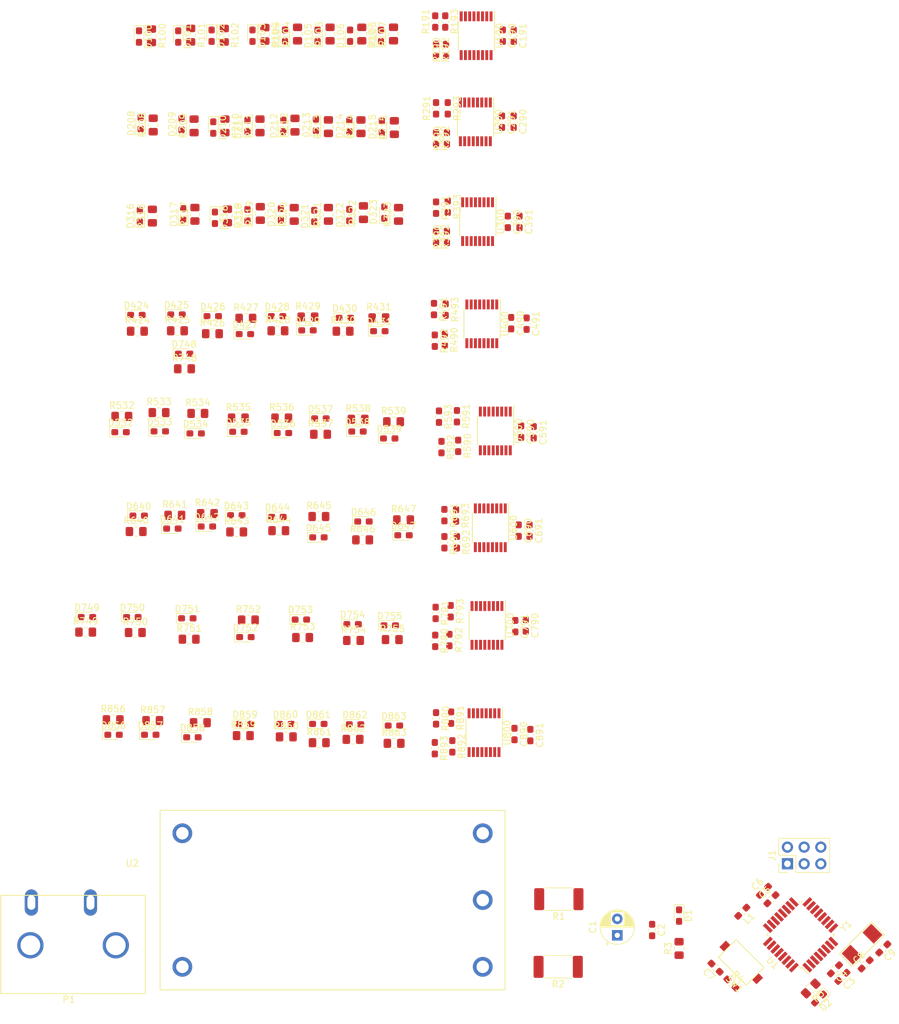
<source format=kicad_pcb>
(kicad_pcb (version 20171130) (host pcbnew "(5.1.2)-1")
  (layers (0 F.Cu signal) (31 B.Cu signal) (34 B.Paste user) (35 F.Paste user) (36 B.SilkS user) (37 F.SilkS user) (38 B.Mask user) (39 F.Mask user) (44 Edge.Cuts user))
  (net 0 "")
  (net 1 +5V)
  (net 2 GND)
  (net 3 +5VA)
  (net 4 /XTAL_IN)
  (net 5 /XTAL_OUT)
  (net 6 /led0)
  (net 7 "Net-(D100-Pad2)")
  (net 8 "Net-(D101-Pad2)")
  (net 9 /led1)
  (net 10 /led2)
  (net 11 "Net-(D102-Pad2)")
  (net 12 "Net-(D103-Pad2)")
  (net 13 /led3)
  (net 14 /led4)
  (net 15 "Net-(D104-Pad2)")
  (net 16 "Net-(D105-Pad2)")
  (net 17 /led5)
  (net 18 /led6)
  (net 19 "Net-(D106-Pad2)")
  (net 20 "Net-(D107-Pad2)")
  (net 21 /led7)
  (net 22 /led8)
  (net 23 "Net-(D208-Pad2)")
  (net 24 "Net-(D209-Pad2)")
  (net 25 /led9)
  (net 26 "Net-(D210-Pad2)")
  (net 27 /led10)
  (net 28 /led11)
  (net 29 "Net-(D211-Pad2)")
  (net 30 "Net-(D212-Pad2)")
  (net 31 /led12)
  (net 32 /led13)
  (net 33 "Net-(D213-Pad2)")
  (net 34 "Net-(D214-Pad2)")
  (net 35 /led14)
  (net 36 /led15)
  (net 37 "Net-(D215-Pad2)")
  (net 38 "Net-(D316-Pad2)")
  (net 39 /led16)
  (net 40 "Net-(D317-Pad2)")
  (net 41 /led17)
  (net 42 /led18)
  (net 43 "Net-(D318-Pad2)")
  (net 44 "Net-(D319-Pad2)")
  (net 45 /led19)
  (net 46 "Net-(D320-Pad2)")
  (net 47 /led20)
  (net 48 /led21)
  (net 49 "Net-(D321-Pad2)")
  (net 50 "Net-(D322-Pad2)")
  (net 51 /led22)
  (net 52 /led23)
  (net 53 "Net-(D323-Pad2)")
  (net 54 /led24)
  (net 55 "Net-(D424-Pad2)")
  (net 56 /led25)
  (net 57 "Net-(D425-Pad2)")
  (net 58 /led26)
  (net 59 "Net-(D426-Pad2)")
  (net 60 "Net-(D427-Pad2)")
  (net 61 /led27)
  (net 62 /led28)
  (net 63 "Net-(D428-Pad2)")
  (net 64 "Net-(D429-Pad2)")
  (net 65 /led29)
  (net 66 "Net-(D430-Pad2)")
  (net 67 /led30)
  (net 68 /led31)
  (net 69 "Net-(D431-Pad2)")
  (net 70 "Net-(D532-Pad2)")
  (net 71 /led32)
  (net 72 "Net-(D533-Pad2)")
  (net 73 /led33)
  (net 74 /led34)
  (net 75 "Net-(D534-Pad2)")
  (net 76 "Net-(D535-Pad2)")
  (net 77 /led35)
  (net 78 /led36)
  (net 79 "Net-(D536-Pad2)")
  (net 80 "Net-(D537-Pad2)")
  (net 81 /led37)
  (net 82 /led38)
  (net 83 "Net-(D538-Pad2)")
  (net 84 "Net-(D539-Pad2)")
  (net 85 /led39)
  (net 86 /led40)
  (net 87 "Net-(D640-Pad2)")
  (net 88 "Net-(D641-Pad2)")
  (net 89 /led41)
  (net 90 /led42)
  (net 91 "Net-(D642-Pad2)")
  (net 92 "Net-(D643-Pad2)")
  (net 93 /led43)
  (net 94 /led44)
  (net 95 "Net-(D644-Pad2)")
  (net 96 "Net-(D645-Pad2)")
  (net 97 /led45)
  (net 98 /led46)
  (net 99 "Net-(D646-Pad2)")
  (net 100 "Net-(D647-Pad2)")
  (net 101 /led47)
  (net 102 /led48)
  (net 103 "Net-(D748-Pad2)")
  (net 104 "Net-(D749-Pad2)")
  (net 105 /led49)
  (net 106 /led50)
  (net 107 "Net-(D750-Pad2)")
  (net 108 "Net-(D751-Pad2)")
  (net 109 /led51)
  (net 110 /led52)
  (net 111 "Net-(D752-Pad2)")
  (net 112 "Net-(D753-Pad2)")
  (net 113 /led53)
  (net 114 /led54)
  (net 115 "Net-(D754-Pad2)")
  (net 116 "Net-(D755-Pad2)")
  (net 117 /led55)
  (net 118 /led56)
  (net 119 "Net-(D856-Pad2)")
  (net 120 "Net-(D857-Pad2)")
  (net 121 /led57)
  (net 122 /led58)
  (net 123 "Net-(D858-Pad2)")
  (net 124 "Net-(D859-Pad2)")
  (net 125 /led59)
  (net 126 /led60)
  (net 127 "Net-(D860-Pad2)")
  (net 128 "Net-(D861-Pad2)")
  (net 129 /led61)
  (net 130 /led62)
  (net 131 "Net-(D862-Pad2)")
  (net 132 /led63)
  (net 133 "Net-(D863-Pad2)")
  (net 134 /MISO)
  (net 135 /SCK)
  (net 136 /MOSI)
  (net 137 /~RESET)
  (net 138 "Net-(P1-Pad2)")
  (net 139 "Net-(P1-Pad1)")
  (net 140 "Net-(D1-Pad2)")
  (net 141 /blinky)
  (net 142 "Net-(D2-Pad2)")
  (net 143 "Net-(R190-Pad2)")
  (net 144 "Net-(R191-Pad2)")
  (net 145 "Net-(R290-Pad2)")
  (net 146 "Net-(R291-Pad2)")
  (net 147 "Net-(R390-Pad2)")
  (net 148 "Net-(R391-Pad2)")
  (net 149 "Net-(R490-Pad2)")
  (net 150 "Net-(R491-Pad2)")
  (net 151 "Net-(R590-Pad2)")
  (net 152 "Net-(R591-Pad2)")
  (net 153 "Net-(R690-Pad2)")
  (net 154 "Net-(R691-Pad2)")
  (net 155 "Net-(R790-Pad2)")
  (net 156 "Net-(R791-Pad2)")
  (net 157 "Net-(R890-Pad2)")
  (net 158 "Net-(R891-Pad2)")
  (net 159 /latch6)
  (net 160 /clockPin)
  (net 161 /latch1)
  (net 162 /latch2)
  (net 163 /dataPin)
  (net 164 "Net-(U1-Pad13)")
  (net 165 "Net-(U1-Pad14)")
  (net 166 "Net-(U1-Pad19)")
  (net 167 "Net-(U1-Pad22)")
  (net 168 /latch7)
  (net 169 /latch8)
  (net 170 "Net-(U1-Pad25)")
  (net 171 "Net-(U1-Pad26)")
  (net 172 "Net-(U1-Pad27)")
  (net 173 "Net-(U1-Pad28)")
  (net 174 /latch3)
  (net 175 /latch4)
  (net 176 /latch5)
  (net 177 "Net-(U2-Pad3)")
  (net 178 "Net-(R1-Pad2)")
  (net 179 "Net-(R2-Pad2)")
  (net 180 "Net-(U100-Pad9)")
  (net 181 "Net-(U200-Pad9)")
  (net 182 "Net-(U300-Pad9)")
  (net 183 "Net-(U400-Pad9)")
  (net 184 "Net-(U500-Pad9)")
  (net 185 "Net-(U600-Pad9)")
  (net 186 "Net-(U700-Pad9)")
  (net 187 "Net-(U800-Pad9)")
  (module Capacitor_THT:CP_Radial_D5.0mm_P2.50mm (layer F.Cu) (at 123.853 174.02 90)
    (fp_text reference C1 (at 1.25 -3.75 90) (layer F.SilkS))
    (fp_text value 10u)
    (pad 1 thru_hole rect (at 0 0 90) (size 1.6 1.6) (drill 0.8) (layers *.Cu *.Mask) (net 1 +5V))
    (pad 2 thru_hole circle (at 2.5 0 90) (size 1.6 1.6) (drill 0.8) (layers *.Cu *.Mask) (net 2 GND))
  )
  (module Capacitor_SMD:C_0603_1608Metric_Pad1.05x0.95mm_HandSolder (layer F.Cu) (at 129.153 173.22 270)
    (fp_text reference C2 (at 0 -1.43 270) (layer F.SilkS))
    (fp_text value 100nF)
    (pad 2 smd roundrect (at 0.875 0 270) (size 1.05 0.95) (layers F.Cu F.Paste F.Mask) (net 1 +5V))
    (pad 1 smd roundrect (at -0.875 0 270) (size 1.05 0.95) (layers F.Cu F.Paste F.Mask) (net 2 GND))
  )
  (module Capacitor_SMD:C_0603_1608Metric_Pad1.05x0.95mm_HandSolder (layer F.Cu) (at 158.115 180.34 225)
    (fp_text reference C3 (at 0 -1.43 45) (layer F.SilkS))
    (fp_text value 1uF)
    (pad 2 smd roundrect (at 0.875 0 225) (size 1.05 0.95) (layers F.Cu F.Paste F.Mask) (net 2 GND))
    (pad 1 smd roundrect (at -0.875 0 225) (size 1.05 0.95) (layers F.Cu F.Paste F.Mask) (net 1 +5V))
  )
  (module Capacitor_SMD:C_0603_1608Metric_Pad1.05x0.95mm_HandSolder (layer F.Cu) (at 156.972 179.197 225)
    (fp_text reference C4 (at 0 -1.43 45) (layer F.SilkS))
    (fp_text value 100nF)
    (pad 1 smd roundrect (at -0.875 0 225) (size 1.05 0.95) (layers F.Cu F.Paste F.Mask) (net 1 +5V))
    (pad 2 smd roundrect (at 0.875 0 225) (size 1.05 0.95) (layers F.Cu F.Paste F.Mask) (net 2 GND))
  )
  (module Capacitor_SMD:C_0603_1608Metric_Pad1.05x0.95mm_HandSolder (layer F.Cu) (at 147.32 168.529 45)
    (fp_text reference C5 (at 0 -1.43 45) (layer F.SilkS))
    (fp_text value 100nF)
    (pad 1 smd roundrect (at -0.875 0 45) (size 1.05 0.95) (layers F.Cu F.Paste F.Mask) (net 3 +5VA))
    (pad 2 smd roundrect (at 0.875 0 45) (size 1.05 0.95) (layers F.Cu F.Paste F.Mask) (net 2 GND))
  )
  (module Capacitor_SMD:C_0603_1608Metric_Pad1.05x0.95mm_HandSolder (layer F.Cu) (at 146.177 167.259 45)
    (fp_text reference C6 (at 0 -1.43 45) (layer F.SilkS))
    (fp_text value 100pF)
    (pad 2 smd roundrect (at 0.875 0 45) (size 1.05 0.95) (layers F.Cu F.Paste F.Mask) (net 2 GND))
    (pad 1 smd roundrect (at -0.875 0 45) (size 1.05 0.95) (layers F.Cu F.Paste F.Mask) (net 3 +5VA))
  )
  (module Capacitor_SMD:C_0603_1608Metric_Pad1.05x0.95mm_HandSolder (layer F.Cu) (at 138.811 178.943 135)
    (fp_text reference C7 (at 0 -1.43 135) (layer F.SilkS))
    (fp_text value 100nF)
    (pad 2 smd roundrect (at 0.875 0 135) (size 1.05 0.95) (layers F.Cu F.Paste F.Mask) (net 2 GND))
    (pad 1 smd roundrect (at -0.875 0 135) (size 1.05 0.95) (layers F.Cu F.Paste F.Mask) (net 1 +5V))
  )
  (module Capacitor_SMD:C_0603_1608Metric_Pad1.05x0.95mm_HandSolder (layer F.Cu) (at 161.654718 178.451282 45)
    (fp_text reference C8 (at 0 -1.43 45) (layer F.SilkS))
    (fp_text value 18pF)
    (pad 1 smd roundrect (at -0.875 0 45) (size 1.05 0.95) (layers F.Cu F.Paste F.Mask) (net 4 /XTAL_IN))
    (pad 2 smd roundrect (at 0.875 0 45) (size 1.05 0.95) (layers F.Cu F.Paste F.Mask) (net 2 GND))
  )
  (module Capacitor_SMD:C_0603_1608Metric_Pad1.05x0.95mm_HandSolder (layer F.Cu) (at 164.338 176.022 225)
    (fp_text reference C9 (at 0 -1.43 225) (layer F.SilkS))
    (fp_text value 18pF)
    (pad 1 smd roundrect (at -0.875 0 225) (size 1.05 0.95) (layers F.Cu F.Paste F.Mask) (net 5 /XTAL_OUT))
    (pad 2 smd roundrect (at 0.875 0 225) (size 1.05 0.95) (layers F.Cu F.Paste F.Mask) (net 2 GND))
  )
  (module Capacitor_SMD:C_0603_1608Metric_Pad1.05x0.95mm_HandSolder (layer F.Cu) (at 106.426 37.1335 270)
    (fp_text reference C190 (at 0 -1.43 90) (layer F.SilkS))
    (fp_text value 1uF)
    (pad 1 smd roundrect (at -0.875 0 270) (size 1.05 0.95) (layers F.Cu F.Paste F.Mask) (net 1 +5V))
    (pad 2 smd roundrect (at 0.875 0 270) (size 1.05 0.95) (layers F.Cu F.Paste F.Mask) (net 2 GND))
  )
  (module Capacitor_SMD:C_0603_1608Metric_Pad1.05x0.95mm_HandSolder (layer F.Cu) (at 108.077 37.1475 270)
    (fp_text reference C191 (at 0 -1.43 90) (layer F.SilkS))
    (fp_text value 100nF)
    (pad 2 smd roundrect (at 0.875 0 270) (size 1.05 0.95) (layers F.Cu F.Paste F.Mask) (net 2 GND))
    (pad 1 smd roundrect (at -0.875 0 270) (size 1.05 0.95) (layers F.Cu F.Paste F.Mask) (net 1 +5V))
  )
  (module Capacitor_SMD:C_0603_1608Metric_Pad1.05x0.95mm_HandSolder (layer F.Cu) (at 108.077 50.2285 270)
    (fp_text reference C290 (at 0 -1.43 90) (layer F.SilkS))
    (fp_text value 1uF)
    (pad 2 smd roundrect (at 0.875 0 270) (size 1.05 0.95) (layers F.Cu F.Paste F.Mask) (net 2 GND))
    (pad 1 smd roundrect (at -0.875 0 270) (size 1.05 0.95) (layers F.Cu F.Paste F.Mask) (net 1 +5V))
  )
  (module Capacitor_SMD:C_0603_1608Metric_Pad1.05x0.95mm_HandSolder (layer F.Cu) (at 106.299 50.2285 270)
    (fp_text reference C291 (at 0 -1.43 90) (layer F.SilkS))
    (fp_text value 100nF)
    (pad 1 smd roundrect (at -0.875 0 270) (size 1.05 0.95) (layers F.Cu F.Paste F.Mask) (net 1 +5V))
    (pad 2 smd roundrect (at 0.875 0 270) (size 1.05 0.95) (layers F.Cu F.Paste F.Mask) (net 2 GND))
  )
  (module Capacitor_SMD:C_0603_1608Metric_Pad1.05x0.95mm_HandSolder (layer F.Cu) (at 107.188 65.4685 270)
    (fp_text reference C390 (at 0 -1.43 90) (layer F.SilkS))
    (fp_text value 1uF)
    (pad 2 smd roundrect (at 0.875 0 270) (size 1.05 0.95) (layers F.Cu F.Paste F.Mask) (net 2 GND))
    (pad 1 smd roundrect (at -0.875 0 270) (size 1.05 0.95) (layers F.Cu F.Paste F.Mask) (net 1 +5V))
  )
  (module Capacitor_SMD:C_0603_1608Metric_Pad1.05x0.95mm_HandSolder (layer F.Cu) (at 108.966 65.4685 270)
    (fp_text reference C391 (at 0 -1.43 90) (layer F.SilkS))
    (fp_text value 100nF)
    (pad 1 smd roundrect (at -0.875 0 270) (size 1.05 0.95) (layers F.Cu F.Paste F.Mask) (net 1 +5V))
    (pad 2 smd roundrect (at 0.875 0 270) (size 1.05 0.95) (layers F.Cu F.Paste F.Mask) (net 2 GND))
  )
  (module Capacitor_SMD:C_0603_1608Metric_Pad1.05x0.95mm_HandSolder (layer F.Cu) (at 107.696 80.885 270)
    (fp_text reference C490 (at 0 -1.43 90) (layer F.SilkS))
    (fp_text value 1uF)
    (pad 2 smd roundrect (at 0.875 0 270) (size 1.05 0.95) (layers F.Cu F.Paste F.Mask) (net 2 GND))
    (pad 1 smd roundrect (at -0.875 0 270) (size 1.05 0.95) (layers F.Cu F.Paste F.Mask) (net 1 +5V))
  )
  (module Capacitor_SMD:C_0603_1608Metric_Pad1.05x0.95mm_HandSolder (layer F.Cu) (at 110.0455 80.9625 270)
    (fp_text reference C491 (at 0 -1.43 90) (layer F.SilkS))
    (fp_text value 100nF)
    (pad 1 smd roundrect (at -0.875 0 270) (size 1.05 0.95) (layers F.Cu F.Paste F.Mask) (net 1 +5V))
    (pad 2 smd roundrect (at 0.875 0 270) (size 1.05 0.95) (layers F.Cu F.Paste F.Mask) (net 2 GND))
  )
  (module Capacitor_SMD:C_0603_1608Metric_Pad1.05x0.95mm_HandSolder (layer F.Cu) (at 109.22 97.395 270)
    (fp_text reference C590 (at 0 -1.43 90) (layer F.SilkS))
    (fp_text value 1uF)
    (pad 2 smd roundrect (at 0.875 0 270) (size 1.05 0.95) (layers F.Cu F.Paste F.Mask) (net 2 GND))
    (pad 1 smd roundrect (at -0.875 0 270) (size 1.05 0.95) (layers F.Cu F.Paste F.Mask) (net 1 +5V))
  )
  (module Capacitor_SMD:C_0603_1608Metric_Pad1.05x0.95mm_HandSolder (layer F.Cu) (at 111.125 97.4865 270)
    (fp_text reference C591 (at 0 -1.43 90) (layer F.SilkS))
    (fp_text value 100nF)
    (pad 1 smd roundrect (at -0.875 0 270) (size 1.05 0.95) (layers F.Cu F.Paste F.Mask) (net 1 +5V))
    (pad 2 smd roundrect (at 0.875 0 270) (size 1.05 0.95) (layers F.Cu F.Paste F.Mask) (net 2 GND))
  )
  (module Capacitor_SMD:C_0603_1608Metric_Pad1.05x0.95mm_HandSolder (layer F.Cu) (at 108.839 112.4445 270)
    (fp_text reference C690 (at 0 -1.43 90) (layer F.SilkS))
    (fp_text value 1uF)
    (pad 2 smd roundrect (at 0.875 0 270) (size 1.05 0.95) (layers F.Cu F.Paste F.Mask) (net 2 GND))
    (pad 1 smd roundrect (at -0.875 0 270) (size 1.05 0.95) (layers F.Cu F.Paste F.Mask) (net 1 +5V))
  )
  (module Capacitor_SMD:C_0603_1608Metric_Pad1.05x0.95mm_HandSolder (layer F.Cu) (at 110.49 112.4445 270)
    (fp_text reference C691 (at 0 -1.43 90) (layer F.SilkS))
    (fp_text value 100nF)
    (pad 1 smd roundrect (at -0.875 0 270) (size 1.05 0.95) (layers F.Cu F.Paste F.Mask) (net 1 +5V))
    (pad 2 smd roundrect (at 0.875 0 270) (size 1.05 0.95) (layers F.Cu F.Paste F.Mask) (net 2 GND))
  )
  (module Capacitor_SMD:C_0603_1608Metric_Pad1.05x0.95mm_HandSolder (layer F.Cu) (at 109.9185 126.873 270)
    (fp_text reference C790 (at 0 -1.43 90) (layer F.SilkS))
    (fp_text value 1uF)
    (pad 2 smd roundrect (at 0.875 0 270) (size 1.05 0.95) (layers F.Cu F.Paste F.Mask) (net 2 GND))
    (pad 1 smd roundrect (at -0.875 0 270) (size 1.05 0.95) (layers F.Cu F.Paste F.Mask) (net 1 +5V))
  )
  (module Capacitor_SMD:C_0603_1608Metric_Pad1.05x0.95mm_HandSolder (layer F.Cu) (at 108.331 126.986 270)
    (fp_text reference C791 (at 0 -1.43 90) (layer F.SilkS))
    (fp_text value 100nF)
    (pad 1 smd roundrect (at -0.875 0 270) (size 1.05 0.95) (layers F.Cu F.Paste F.Mask) (net 1 +5V))
    (pad 2 smd roundrect (at 0.875 0 270) (size 1.05 0.95) (layers F.Cu F.Paste F.Mask) (net 2 GND))
  )
  (module Capacitor_SMD:C_0603_1608Metric_Pad1.05x0.95mm_HandSolder (layer F.Cu) (at 108.204 143.397 270)
    (fp_text reference C890 (at 0 -1.43 90) (layer F.SilkS))
    (fp_text value 1uF)
    (pad 2 smd roundrect (at 0.875 0 270) (size 1.05 0.95) (layers F.Cu F.Paste F.Mask) (net 2 GND))
    (pad 1 smd roundrect (at -0.875 0 270) (size 1.05 0.95) (layers F.Cu F.Paste F.Mask) (net 1 +5V))
  )
  (module Capacitor_SMD:C_0603_1608Metric_Pad1.05x0.95mm_HandSolder (layer F.Cu) (at 110.617 143.5595 270)
    (fp_text reference C891 (at 0 -1.43 90) (layer F.SilkS))
    (fp_text value 100nF)
    (pad 1 smd roundrect (at -0.875 0 270) (size 1.05 0.95) (layers F.Cu F.Paste F.Mask) (net 1 +5V))
    (pad 2 smd roundrect (at 0.875 0 270) (size 1.05 0.95) (layers F.Cu F.Paste F.Mask) (net 2 GND))
  )
  (module LED_SMD:LED_0603_1608Metric_Pad1.05x0.95mm_HandSolder (layer F.Cu) (at 133.253 171.02 270)
    (fp_text reference D1 (at 0 -1.43 270) (layer F.SilkS))
    (fp_text value LED)
    (pad 1 smd roundrect (at -0.875 0 270) (size 1.05 0.95) (layers F.Cu F.Paste F.Mask) (net 2 GND))
    (pad 2 smd roundrect (at 0.875 0 270) (size 1.05 0.95) (layers F.Cu F.Paste F.Mask) (net 140 "Net-(D1-Pad2)"))
  )
  (module LED_SMD:LED_0603_1608Metric_Pad1.05x0.95mm_HandSolder (layer F.Cu) (at 154.559 183.642 225)
    (fp_text reference D2 (at 0 -1.43 45) (layer F.SilkS))
    (fp_text value LED)
    (pad 2 smd roundrect (at 0.875 0 225) (size 1.05 0.95) (layers F.Cu F.Paste F.Mask) (net 142 "Net-(D2-Pad2)"))
    (pad 1 smd roundrect (at -0.875 0 225) (size 1.05 0.95) (layers F.Cu F.Paste F.Mask) (net 2 GND))
  )
  (module LED_SMD:LED_0603_1608Metric_Pad1.05x0.95mm_HandSolder (layer F.Cu) (at 51.054 37.2745 270)
    (fp_text reference D100 (at 0 -1.43 90) (layer F.SilkS))
    (fp_text value LED)
    (pad 1 smd roundrect (at -0.875 0 270) (size 1.05 0.95) (layers F.Cu F.Paste F.Mask) (net 6 /led0))
    (pad 2 smd roundrect (at 0.875 0 270) (size 1.05 0.95) (layers F.Cu F.Paste F.Mask) (net 7 "Net-(D100-Pad2)"))
  )
  (module LED_SMD:LED_0603_1608Metric_Pad1.05x0.95mm_HandSolder (layer F.Cu) (at 57.023 37.2745 270)
    (fp_text reference D101 (at 0 -1.43 90) (layer F.SilkS))
    (fp_text value LED)
    (pad 2 smd roundrect (at 0.875 0 270) (size 1.05 0.95) (layers F.Cu F.Paste F.Mask) (net 8 "Net-(D101-Pad2)"))
    (pad 1 smd roundrect (at -0.875 0 270) (size 1.05 0.95) (layers F.Cu F.Paste F.Mask) (net 9 /led1))
  )
  (module LED_SMD:LED_0603_1608Metric_Pad1.05x0.95mm_HandSolder (layer F.Cu) (at 62.103 37.1475 270)
    (fp_text reference D102 (at 0 -1.43 90) (layer F.SilkS))
    (fp_text value LED)
    (pad 1 smd roundrect (at -0.875 0 270) (size 1.05 0.95) (layers F.Cu F.Paste F.Mask) (net 10 /led2))
    (pad 2 smd roundrect (at 0.875 0 270) (size 1.05 0.95) (layers F.Cu F.Paste F.Mask) (net 11 "Net-(D102-Pad2)"))
  )
  (module LED_SMD:LED_0603_1608Metric_Pad1.05x0.95mm_HandSolder (layer F.Cu) (at 68.326 37.1475 270)
    (fp_text reference D103 (at 0 -1.43 90) (layer F.SilkS))
    (fp_text value LED)
    (pad 2 smd roundrect (at 0.875 0 270) (size 1.05 0.95) (layers F.Cu F.Paste F.Mask) (net 12 "Net-(D103-Pad2)"))
    (pad 1 smd roundrect (at -0.875 0 270) (size 1.05 0.95) (layers F.Cu F.Paste F.Mask) (net 13 /led3))
  )
  (module LED_SMD:LED_0603_1608Metric_Pad1.05x0.95mm_HandSolder (layer F.Cu) (at 73.279 37.1475 90)
    (fp_text reference D104 (at 0 -1.43 90) (layer F.SilkS))
    (fp_text value LED)
    (pad 1 smd roundrect (at -0.875 0 90) (size 1.05 0.95) (layers F.Cu F.Paste F.Mask) (net 14 /led4))
    (pad 2 smd roundrect (at 0.875 0 90) (size 1.05 0.95) (layers F.Cu F.Paste F.Mask) (net 15 "Net-(D104-Pad2)"))
  )
  (module LED_SMD:LED_0603_1608Metric_Pad1.05x0.95mm_HandSolder (layer F.Cu) (at 78.232 37.1475 90)
    (fp_text reference D105 (at 0 -1.43 90) (layer F.SilkS))
    (fp_text value LED)
    (pad 2 smd roundrect (at 0.875 0 90) (size 1.05 0.95) (layers F.Cu F.Paste F.Mask) (net 16 "Net-(D105-Pad2)"))
    (pad 1 smd roundrect (at -0.875 0 90) (size 1.05 0.95) (layers F.Cu F.Paste F.Mask) (net 17 /led5))
  )
  (module LED_SMD:LED_0603_1608Metric_Pad1.05x0.95mm_HandSolder (layer F.Cu) (at 83.185 37.1475 90)
    (fp_text reference D106 (at 0 -1.43 90) (layer F.SilkS))
    (fp_text value LED)
    (pad 1 smd roundrect (at -0.875 0 90) (size 1.05 0.95) (layers F.Cu F.Paste F.Mask) (net 18 /led6))
    (pad 2 smd roundrect (at 0.875 0 90) (size 1.05 0.95) (layers F.Cu F.Paste F.Mask) (net 19 "Net-(D106-Pad2)"))
  )
  (module LED_SMD:LED_0603_1608Metric_Pad1.05x0.95mm_HandSolder (layer F.Cu) (at 87.884 37.1615 90)
    (fp_text reference D107 (at 0 -1.43 90) (layer F.SilkS))
    (fp_text value LED)
    (pad 2 smd roundrect (at 0.875 0 90) (size 1.05 0.95) (layers F.Cu F.Paste F.Mask) (net 20 "Net-(D107-Pad2)"))
    (pad 1 smd roundrect (at -0.875 0 90) (size 1.05 0.95) (layers F.Cu F.Paste F.Mask) (net 21 /led7))
  )
  (module LED_SMD:LED_0603_1608Metric_Pad1.05x0.95mm_HandSolder (layer F.Cu) (at 51.308 50.4825 90)
    (fp_text reference D208 (at 0 -1.43 90) (layer F.SilkS))
    (fp_text value LED)
    (pad 1 smd roundrect (at -0.875 0 90) (size 1.05 0.95) (layers F.Cu F.Paste F.Mask) (net 22 /led8))
    (pad 2 smd roundrect (at 0.875 0 90) (size 1.05 0.95) (layers F.Cu F.Paste F.Mask) (net 23 "Net-(D208-Pad2)"))
  )
  (module LED_SMD:LED_0603_1608Metric_Pad1.05x0.95mm_HandSolder (layer F.Cu) (at 57.531 50.6095 90)
    (fp_text reference D209 (at 0 -1.43 90) (layer F.SilkS))
    (fp_text value LED)
    (pad 2 smd roundrect (at 0.875 0 90) (size 1.05 0.95) (layers F.Cu F.Paste F.Mask) (net 24 "Net-(D209-Pad2)"))
    (pad 1 smd roundrect (at -0.875 0 90) (size 1.05 0.95) (layers F.Cu F.Paste F.Mask) (net 25 /led9))
  )
  (module LED_SMD:LED_0603_1608Metric_Pad1.05x0.95mm_HandSolder (layer F.Cu) (at 62.357 51.1175 270)
    (fp_text reference D210 (at 0 -1.43 90) (layer F.SilkS))
    (fp_text value LED)
    (pad 1 smd roundrect (at -0.875 0 270) (size 1.05 0.95) (layers F.Cu F.Paste F.Mask) (net 27 /led10))
    (pad 2 smd roundrect (at 0.875 0 270) (size 1.05 0.95) (layers F.Cu F.Paste F.Mask) (net 26 "Net-(D210-Pad2)"))
  )
  (module LED_SMD:LED_0603_1608Metric_Pad1.05x0.95mm_HandSolder (layer F.Cu) (at 67.564 50.8635 90)
    (fp_text reference D211 (at -0.110001 -1.43 90) (layer F.SilkS))
    (fp_text value LED)
    (pad 2 smd roundrect (at 0.875 0 90) (size 1.05 0.95) (layers F.Cu F.Paste F.Mask) (net 29 "Net-(D211-Pad2)"))
    (pad 1 smd roundrect (at -0.875 0 90) (size 1.05 0.95) (layers F.Cu F.Paste F.Mask) (net 28 /led11))
  )
  (module LED_SMD:LED_0603_1608Metric_Pad1.05x0.95mm_HandSolder (layer F.Cu) (at 73.025 50.8635 90)
    (fp_text reference D212 (at 0 -1.43 90) (layer F.SilkS))
    (fp_text value LED)
    (pad 1 smd roundrect (at -0.875 0 90) (size 1.05 0.95) (layers F.Cu F.Paste F.Mask) (net 31 /led12))
    (pad 2 smd roundrect (at 0.875 0 90) (size 1.05 0.95) (layers F.Cu F.Paste F.Mask) (net 30 "Net-(D212-Pad2)"))
  )
  (module LED_SMD:LED_0603_1608Metric_Pad1.05x0.95mm_HandSolder (layer F.Cu) (at 77.978 50.7365 90)
    (fp_text reference D213 (at 0 -1.43 90) (layer F.SilkS))
    (fp_text value LED)
    (pad 2 smd roundrect (at 0.875 0 90) (size 1.05 0.95) (layers F.Cu F.Paste F.Mask) (net 33 "Net-(D213-Pad2)"))
    (pad 1 smd roundrect (at -0.875 0 90) (size 1.05 0.95) (layers F.Cu F.Paste F.Mask) (net 32 /led13))
  )
  (module LED_SMD:LED_0603_1608Metric_Pad1.05x0.95mm_HandSolder (layer F.Cu) (at 83.058 50.8775 90)
    (fp_text reference D214 (at 0 -1.43 90) (layer F.SilkS))
    (fp_text value LED)
    (pad 2 smd roundrect (at 0.875 0 90) (size 1.05 0.95) (layers F.Cu F.Paste F.Mask) (net 34 "Net-(D214-Pad2)"))
    (pad 1 smd roundrect (at -0.875 0 90) (size 1.05 0.95) (layers F.Cu F.Paste F.Mask) (net 35 /led14))
  )
  (module LED_SMD:LED_0603_1608Metric_Pad1.05x0.95mm_HandSolder (layer F.Cu) (at 88.011 50.9905 90)
    (fp_text reference D215 (at 0 -1.43 90) (layer F.SilkS))
    (fp_text value LED)
    (pad 1 smd roundrect (at -0.875 0 90) (size 1.05 0.95) (layers F.Cu F.Paste F.Mask) (net 36 /led15))
    (pad 2 smd roundrect (at 0.875 0 90) (size 1.05 0.95) (layers F.Cu F.Paste F.Mask) (net 37 "Net-(D215-Pad2)"))
  )
  (module LED_SMD:LED_0603_1608Metric_Pad1.05x0.95mm_HandSolder (layer F.Cu) (at 51.181 64.5795 90)
    (fp_text reference D316 (at 0 -1.43 90) (layer F.SilkS))
    (fp_text value LED)
    (pad 1 smd roundrect (at -0.875 0 90) (size 1.05 0.95) (layers F.Cu F.Paste F.Mask) (net 39 /led16))
    (pad 2 smd roundrect (at 0.875 0 90) (size 1.05 0.95) (layers F.Cu F.Paste F.Mask) (net 38 "Net-(D316-Pad2)"))
  )
  (module LED_SMD:LED_0603_1608Metric_Pad1.05x0.95mm_HandSolder (layer F.Cu) (at 57.785 64.3255 90)
    (fp_text reference D317 (at 0 -1.43 90) (layer F.SilkS))
    (fp_text value LED)
    (pad 2 smd roundrect (at 0.875 0 90) (size 1.05 0.95) (layers F.Cu F.Paste F.Mask) (net 40 "Net-(D317-Pad2)"))
    (pad 1 smd roundrect (at -0.875 0 90) (size 1.05 0.95) (layers F.Cu F.Paste F.Mask) (net 41 /led17))
  )
  (module LED_SMD:LED_0603_1608Metric_Pad1.05x0.95mm_HandSolder (layer F.Cu) (at 62.611 64.8475 270)
    (fp_text reference D318 (at 0 -1.43 90) (layer F.SilkS))
    (fp_text value LED)
    (pad 1 smd roundrect (at -0.875 0 270) (size 1.05 0.95) (layers F.Cu F.Paste F.Mask) (net 42 /led18))
    (pad 2 smd roundrect (at 0.875 0 270) (size 1.05 0.95) (layers F.Cu F.Paste F.Mask) (net 43 "Net-(D318-Pad2)"))
  )
  (module LED_SMD:LED_0603_1608Metric_Pad1.05x0.95mm_HandSolder (layer F.Cu) (at 67.564 64.4525 90)
    (fp_text reference D319 (at 0 -1.43 90) (layer F.SilkS))
    (fp_text value LED)
    (pad 1 smd roundrect (at -0.875 0 90) (size 1.05 0.95) (layers F.Cu F.Paste F.Mask) (net 45 /led19))
    (pad 2 smd roundrect (at 0.875 0 90) (size 1.05 0.95) (layers F.Cu F.Paste F.Mask) (net 44 "Net-(D319-Pad2)"))
  )
  (module LED_SMD:LED_0603_1608Metric_Pad1.05x0.95mm_HandSolder (layer F.Cu) (at 72.644 64.3255 90)
    (fp_text reference D320 (at 0 -1.43 90) (layer F.SilkS))
    (fp_text value LED)
    (pad 2 smd roundrect (at 0.875 0 90) (size 1.05 0.95) (layers F.Cu F.Paste F.Mask) (net 46 "Net-(D320-Pad2)"))
    (pad 1 smd roundrect (at -0.875 0 90) (size 1.05 0.95) (layers F.Cu F.Paste F.Mask) (net 47 /led20))
  )
  (module LED_SMD:LED_0603_1608Metric_Pad1.05x0.95mm_HandSolder (layer F.Cu) (at 77.724 64.5795 90)
    (fp_text reference D321 (at 0 -1.43 90) (layer F.SilkS))
    (fp_text value LED)
    (pad 1 smd roundrect (at -0.875 0 90) (size 1.05 0.95) (layers F.Cu F.Paste F.Mask) (net 48 /led21))
    (pad 2 smd roundrect (at 0.875 0 90) (size 1.05 0.95) (layers F.Cu F.Paste F.Mask) (net 49 "Net-(D321-Pad2)"))
  )
  (module LED_SMD:LED_0603_1608Metric_Pad1.05x0.95mm_HandSolder (layer F.Cu) (at 83.058 64.4385 90)
    (fp_text reference D322 (at 0 -1.43 90) (layer F.SilkS))
    (fp_text value LED)
    (pad 2 smd roundrect (at 0.875 0 90) (size 1.05 0.95) (layers F.Cu F.Paste F.Mask) (net 50 "Net-(D322-Pad2)"))
    (pad 1 smd roundrect (at -0.875 0 90) (size 1.05 0.95) (layers F.Cu F.Paste F.Mask) (net 51 /led22))
  )
  (module LED_SMD:LED_0603_1608Metric_Pad1.05x0.95mm_HandSolder (layer F.Cu) (at 88.392 64.0715 90)
    (fp_text reference D323 (at 0.127 -1.651 90) (layer F.SilkS))
    (fp_text value LED)
    (pad 1 smd roundrect (at -0.875 0 90) (size 1.05 0.95) (layers F.Cu F.Paste F.Mask) (net 52 /led23))
    (pad 2 smd roundrect (at 0.875 0 90) (size 1.05 0.95) (layers F.Cu F.Paste F.Mask) (net 53 "Net-(D323-Pad2)"))
  )
  (module LED_SMD:LED_0603_1608Metric_Pad1.05x0.95mm_HandSolder (layer F.Cu) (at 50.659 79.629)
    (fp_text reference D424 (at 0 -1.43) (layer F.SilkS))
    (fp_text value LED)
    (pad 2 smd roundrect (at 0.875 0) (size 1.05 0.95) (layers F.Cu F.Paste F.Mask) (net 55 "Net-(D424-Pad2)"))
    (pad 1 smd roundrect (at -0.875 0) (size 1.05 0.95) (layers F.Cu F.Paste F.Mask) (net 54 /led24))
  )
  (module LED_SMD:LED_0603_1608Metric_Pad1.05x0.95mm_HandSolder (layer F.Cu) (at 56.769 79.5655)
    (fp_text reference D425 (at 0 -1.43) (layer F.SilkS))
    (fp_text value LED)
    (pad 2 smd roundrect (at 0.875 0) (size 1.05 0.95) (layers F.Cu F.Paste F.Mask) (net 57 "Net-(D425-Pad2)"))
    (pad 1 smd roundrect (at -0.875 0) (size 1.05 0.95) (layers F.Cu F.Paste F.Mask) (net 56 /led25))
  )
  (module LED_SMD:LED_0603_1608Metric_Pad1.05x0.95mm_HandSolder (layer F.Cu) (at 62.2795 79.8195)
    (fp_text reference D426 (at 0 -1.43) (layer F.SilkS))
    (fp_text value LED)
    (pad 1 smd roundrect (at -0.875 0) (size 1.05 0.95) (layers F.Cu F.Paste F.Mask) (net 58 /led26))
    (pad 2 smd roundrect (at 0.875 0) (size 1.05 0.95) (layers F.Cu F.Paste F.Mask) (net 59 "Net-(D426-Pad2)"))
  )
  (module LED_SMD:LED_0603_1608Metric_Pad1.05x0.95mm_HandSolder (layer F.Cu) (at 67.169 82.55)
    (fp_text reference D427 (at 0 -1.43) (layer F.SilkS))
    (fp_text value LED)
    (pad 2 smd roundrect (at 0.875 0) (size 1.05 0.95) (layers F.Cu F.Paste F.Mask) (net 60 "Net-(D427-Pad2)"))
    (pad 1 smd roundrect (at -0.875 0) (size 1.05 0.95) (layers F.Cu F.Paste F.Mask) (net 61 /led27))
  )
  (module LED_SMD:LED_0603_1608Metric_Pad1.05x0.95mm_HandSolder (layer F.Cu) (at 72.0725 79.8195)
    (fp_text reference D428 (at 0 -1.43) (layer F.SilkS))
    (fp_text value LED)
    (pad 1 smd roundrect (at -0.875 0) (size 1.05 0.95) (layers F.Cu F.Paste F.Mask) (net 62 /led28))
    (pad 2 smd roundrect (at 0.875 0) (size 1.05 0.95) (layers F.Cu F.Paste F.Mask) (net 63 "Net-(D428-Pad2)"))
  )
  (module LED_SMD:LED_0603_1608Metric_Pad1.05x0.95mm_HandSolder (layer F.Cu) (at 76.694 81.9785)
    (fp_text reference D429 (at 0 -1.43) (layer F.SilkS))
    (fp_text value LED)
    (pad 2 smd roundrect (at 0.875 0) (size 1.05 0.95) (layers F.Cu F.Paste F.Mask) (net 64 "Net-(D429-Pad2)"))
    (pad 1 smd roundrect (at -0.875 0) (size 1.05 0.95) (layers F.Cu F.Paste F.Mask) (net 65 /led29))
  )
  (module LED_SMD:LED_0603_1608Metric_Pad1.05x0.95mm_HandSolder (layer F.Cu) (at 82.3735 80.0735)
    (fp_text reference D430 (at 0 -1.43) (layer F.SilkS))
    (fp_text value LED)
    (pad 1 smd roundrect (at -0.875 0) (size 1.05 0.95) (layers F.Cu F.Paste F.Mask) (net 67 /led30))
    (pad 2 smd roundrect (at 0.875 0) (size 1.05 0.95) (layers F.Cu F.Paste F.Mask) (net 66 "Net-(D430-Pad2)"))
  )
  (module LED_SMD:LED_0603_1608Metric_Pad1.05x0.95mm_HandSolder (layer F.Cu) (at 87.63 82.1055)
    (fp_text reference D431 (at 0 -1.43) (layer F.SilkS))
    (fp_text value LED)
    (pad 2 smd roundrect (at 0.875 0) (size 1.05 0.95) (layers F.Cu F.Paste F.Mask) (net 69 "Net-(D431-Pad2)"))
    (pad 1 smd roundrect (at -0.875 0) (size 1.05 0.95) (layers F.Cu F.Paste F.Mask) (net 68 /led31))
  )
  (module LED_SMD:LED_0603_1608Metric_Pad1.05x0.95mm_HandSolder (layer F.Cu) (at 48.246 97.4725)
    (fp_text reference D532 (at 0 -1.43) (layer F.SilkS))
    (fp_text value LED)
    (pad 2 smd roundrect (at 0.875 0) (size 1.05 0.95) (layers F.Cu F.Paste F.Mask) (net 70 "Net-(D532-Pad2)"))
    (pad 1 smd roundrect (at -0.875 0) (size 1.05 0.95) (layers F.Cu F.Paste F.Mask) (net 71 /led32))
  )
  (module LED_SMD:LED_0603_1608Metric_Pad1.05x0.95mm_HandSolder (layer F.Cu) (at 54.215 97.3455)
    (fp_text reference D533 (at 0 -1.43) (layer F.SilkS))
    (fp_text value LED)
    (pad 2 smd roundrect (at 0.875 0) (size 1.05 0.95) (layers F.Cu F.Paste F.Mask) (net 72 "Net-(D533-Pad2)"))
    (pad 1 smd roundrect (at -0.875 0) (size 1.05 0.95) (layers F.Cu F.Paste F.Mask) (net 73 /led33))
  )
  (module LED_SMD:LED_0603_1608Metric_Pad1.05x0.95mm_HandSolder (layer F.Cu) (at 59.676 97.663)
    (fp_text reference D534 (at 0 -1.43) (layer F.SilkS))
    (fp_text value LED)
    (pad 2 smd roundrect (at 0.875 0) (size 1.05 0.95) (layers F.Cu F.Paste F.Mask) (net 75 "Net-(D534-Pad2)"))
    (pad 1 smd roundrect (at -0.875 0) (size 1.05 0.95) (layers F.Cu F.Paste F.Mask) (net 74 /led34))
  )
  (module LED_SMD:LED_0603_1608Metric_Pad1.05x0.95mm_HandSolder (layer F.Cu) (at 66.181 97.409)
    (fp_text reference D535 (at 0 -1.43) (layer F.SilkS))
    (fp_text value LED)
    (pad 1 smd roundrect (at -0.875 0) (size 1.05 0.95) (layers F.Cu F.Paste F.Mask) (net 77 /led35))
    (pad 2 smd roundrect (at 0.875 0) (size 1.05 0.95) (layers F.Cu F.Paste F.Mask) (net 76 "Net-(D535-Pad2)"))
  )
  (module LED_SMD:LED_0603_1608Metric_Pad1.05x0.95mm_HandSolder (layer F.Cu) (at 72.9615 97.5995)
    (fp_text reference D536 (at 0 -1.43) (layer F.SilkS))
    (fp_text value LED)
    (pad 2 smd roundrect (at 0.875 0) (size 1.05 0.95) (layers F.Cu F.Paste F.Mask) (net 79 "Net-(D536-Pad2)"))
    (pad 1 smd roundrect (at -0.875 0) (size 1.05 0.95) (layers F.Cu F.Paste F.Mask) (net 78 /led36))
  )
  (module LED_SMD:LED_0603_1608Metric_Pad1.05x0.95mm_HandSolder (layer F.Cu) (at 78.6625 95.377)
    (fp_text reference D537 (at 0 -1.43) (layer F.SilkS))
    (fp_text value LED)
    (pad 1 smd roundrect (at -0.875 0) (size 1.05 0.95) (layers F.Cu F.Paste F.Mask) (net 81 /led37))
    (pad 2 smd roundrect (at 0.875 0) (size 1.05 0.95) (layers F.Cu F.Paste F.Mask) (net 80 "Net-(D537-Pad2)"))
  )
  (module LED_SMD:LED_0603_1608Metric_Pad1.05x0.95mm_HandSolder (layer F.Cu) (at 84.3095 97.3695)
    (fp_text reference D538 (at 0 -1.43) (layer F.SilkS))
    (fp_text value LED)
    (pad 2 smd roundrect (at 0.875 0) (size 1.05 0.95) (layers F.Cu F.Paste F.Mask) (net 83 "Net-(D538-Pad2)"))
    (pad 1 smd roundrect (at -0.875 0) (size 1.05 0.95) (layers F.Cu F.Paste F.Mask) (net 82 /led38))
  )
  (module LED_SMD:LED_0603_1608Metric_Pad1.05x0.95mm_HandSolder (layer F.Cu) (at 89.14 98.425)
    (fp_text reference D539 (at 0 -1.43) (layer F.SilkS))
    (fp_text value LED)
    (pad 1 smd roundrect (at -0.875 0) (size 1.05 0.95) (layers F.Cu F.Paste F.Mask) (net 85 /led39))
    (pad 2 smd roundrect (at 0.875 0) (size 1.05 0.95) (layers F.Cu F.Paste F.Mask) (net 84 "Net-(D539-Pad2)"))
  )
  (module LED_SMD:LED_0603_1608Metric_Pad1.05x0.95mm_HandSolder (layer F.Cu) (at 51.0045 110.1725)
    (fp_text reference D640 (at 0 -1.43) (layer F.SilkS))
    (fp_text value LED)
    (pad 2 smd roundrect (at 0.875 0) (size 1.05 0.95) (layers F.Cu F.Paste F.Mask) (net 87 "Net-(D640-Pad2)"))
    (pad 1 smd roundrect (at -0.875 0) (size 1.05 0.95) (layers F.Cu F.Paste F.Mask) (net 86 /led40))
  )
  (module LED_SMD:LED_0603_1608Metric_Pad1.05x0.95mm_HandSolder (layer F.Cu) (at 56.134 112.141)
    (fp_text reference D641 (at 0 -1.43) (layer F.SilkS))
    (fp_text value LED)
    (pad 1 smd roundrect (at -0.875 0) (size 1.05 0.95) (layers F.Cu F.Paste F.Mask) (net 89 /led41))
    (pad 2 smd roundrect (at 0.875 0) (size 1.05 0.95) (layers F.Cu F.Paste F.Mask) (net 88 "Net-(D641-Pad2)"))
  )
  (module LED_SMD:LED_0603_1608Metric_Pad1.05x0.95mm_HandSolder (layer F.Cu) (at 61.3905 111.8235)
    (fp_text reference D642 (at 0 -1.43) (layer F.SilkS))
    (fp_text value LED)
    (pad 2 smd roundrect (at 0.875 0) (size 1.05 0.95) (layers F.Cu F.Paste F.Mask) (net 91 "Net-(D642-Pad2)"))
    (pad 1 smd roundrect (at -0.875 0) (size 1.05 0.95) (layers F.Cu F.Paste F.Mask) (net 90 /led42))
  )
  (module LED_SMD:LED_0603_1608Metric_Pad1.05x0.95mm_HandSolder (layer F.Cu) (at 65.8635 110.109)
    (fp_text reference D643 (at 0 -1.43) (layer F.SilkS))
    (fp_text value LED)
    (pad 1 smd roundrect (at -0.875 0) (size 1.05 0.95) (layers F.Cu F.Paste F.Mask) (net 93 /led43))
    (pad 2 smd roundrect (at 0.875 0) (size 1.05 0.95) (layers F.Cu F.Paste F.Mask) (net 92 "Net-(D643-Pad2)"))
  )
  (module LED_SMD:LED_0603_1608Metric_Pad1.05x0.95mm_HandSolder (layer F.Cu) (at 72.122 110.363)
    (fp_text reference D644 (at 0 -1.43) (layer F.SilkS))
    (fp_text value LED)
    (pad 2 smd roundrect (at 0.875 0) (size 1.05 0.95) (layers F.Cu F.Paste F.Mask) (net 95 "Net-(D644-Pad2)"))
    (pad 1 smd roundrect (at -0.875 0) (size 1.05 0.95) (layers F.Cu F.Paste F.Mask) (net 94 /led44))
  )
  (module LED_SMD:LED_0603_1608Metric_Pad1.05x0.95mm_HandSolder (layer F.Cu) (at 78.359 113.4745)
    (fp_text reference D645 (at 0 -1.43) (layer F.SilkS))
    (fp_text value LED)
    (pad 1 smd roundrect (at -0.875 0) (size 1.05 0.95) (layers F.Cu F.Paste F.Mask) (net 97 /led45))
    (pad 2 smd roundrect (at 0.875 0) (size 1.05 0.95) (layers F.Cu F.Paste F.Mask) (net 96 "Net-(D645-Pad2)"))
  )
  (module LED_SMD:LED_0603_1608Metric_Pad1.05x0.95mm_HandSolder (layer F.Cu) (at 85.217 111.0615)
    (fp_text reference D646 (at 0 -1.43) (layer F.SilkS))
    (fp_text value LED)
    (pad 2 smd roundrect (at 0.875 0) (size 1.05 0.95) (layers F.Cu F.Paste F.Mask) (net 99 "Net-(D646-Pad2)"))
    (pad 1 smd roundrect (at -0.875 0) (size 1.05 0.95) (layers F.Cu F.Paste F.Mask) (net 98 /led46))
  )
  (module LED_SMD:LED_0603_1608Metric_Pad1.05x0.95mm_HandSolder (layer F.Cu) (at 91.313 113.157)
    (fp_text reference D647 (at 0 -1.43) (layer F.SilkS))
    (fp_text value LED)
    (pad 1 smd roundrect (at -0.875 0) (size 1.05 0.95) (layers F.Cu F.Paste F.Mask) (net 101 /led47))
    (pad 2 smd roundrect (at 0.875 0) (size 1.05 0.95) (layers F.Cu F.Paste F.Mask) (net 100 "Net-(D647-Pad2)"))
  )
  (module LED_SMD:LED_0603_1608Metric_Pad1.05x0.95mm_HandSolder (layer F.Cu) (at 57.912 85.5345)
    (fp_text reference D748 (at 0 -1.43) (layer F.SilkS))
    (fp_text value LED)
    (pad 1 smd roundrect (at -0.875 0) (size 1.05 0.95) (layers F.Cu F.Paste F.Mask) (net 102 /led48))
    (pad 2 smd roundrect (at 0.875 0) (size 1.05 0.95) (layers F.Cu F.Paste F.Mask) (net 103 "Net-(D748-Pad2)"))
  )
  (module LED_SMD:LED_0603_1608Metric_Pad1.05x0.95mm_HandSolder (layer F.Cu) (at 43.1305 125.603)
    (fp_text reference D749 (at 0 -1.43) (layer F.SilkS))
    (fp_text value LED)
    (pad 1 smd roundrect (at -0.875 0) (size 1.05 0.95) (layers F.Cu F.Paste F.Mask) (net 105 /led49))
    (pad 2 smd roundrect (at 0.875 0) (size 1.05 0.95) (layers F.Cu F.Paste F.Mask) (net 104 "Net-(D749-Pad2)"))
  )
  (module LED_SMD:LED_0603_1608Metric_Pad1.05x0.95mm_HandSolder (layer F.Cu) (at 50.038 125.603)
    (fp_text reference D750 (at 0 -1.43) (layer F.SilkS))
    (fp_text value LED)
    (pad 2 smd roundrect (at 0.875 0) (size 1.05 0.95) (layers F.Cu F.Paste F.Mask) (net 107 "Net-(D750-Pad2)"))
    (pad 1 smd roundrect (at -0.875 0) (size 1.05 0.95) (layers F.Cu F.Paste F.Mask) (net 106 /led50))
  )
  (module LED_SMD:LED_0603_1608Metric_Pad1.05x0.95mm_HandSolder (layer F.Cu) (at 58.406 125.7935)
    (fp_text reference D751 (at 0 -1.43) (layer F.SilkS))
    (fp_text value LED)
    (pad 1 smd roundrect (at -0.875 0) (size 1.05 0.95) (layers F.Cu F.Paste F.Mask) (net 109 /led51))
    (pad 2 smd roundrect (at 0.875 0) (size 1.05 0.95) (layers F.Cu F.Paste F.Mask) (net 108 "Net-(D751-Pad2)"))
  )
  (module LED_SMD:LED_0603_1608Metric_Pad1.05x0.95mm_HandSolder (layer F.Cu) (at 67.2465 128.651)
    (fp_text reference D752 (at 0 -1.43) (layer F.SilkS))
    (fp_text value LED)
    (pad 2 smd roundrect (at 0.875 0) (size 1.05 0.95) (layers F.Cu F.Paste F.Mask) (net 111 "Net-(D752-Pad2)"))
    (pad 1 smd roundrect (at -0.875 0) (size 1.05 0.95) (layers F.Cu F.Paste F.Mask) (net 110 /led52))
  )
  (module LED_SMD:LED_0603_1608Metric_Pad1.05x0.95mm_HandSolder (layer F.Cu) (at 75.692 125.984)
    (fp_text reference D753 (at -0.070001 -1.485001) (layer F.SilkS))
    (fp_text value LED)
    (pad 1 smd roundrect (at -0.875 0) (size 1.05 0.95) (layers F.Cu F.Paste F.Mask) (net 113 /led53))
    (pad 2 smd roundrect (at 0.875 0) (size 1.05 0.95) (layers F.Cu F.Paste F.Mask) (net 112 "Net-(D753-Pad2)"))
  )
  (module LED_SMD:LED_0603_1608Metric_Pad1.05x0.95mm_HandSolder (layer F.Cu) (at 83.566 126.6825)
    (fp_text reference D754 (at 0 -1.43) (layer F.SilkS))
    (fp_text value LED)
    (pad 2 smd roundrect (at 0.875 0) (size 1.05 0.95) (layers F.Cu F.Paste F.Mask) (net 115 "Net-(D754-Pad2)"))
    (pad 1 smd roundrect (at -0.875 0) (size 1.05 0.95) (layers F.Cu F.Paste F.Mask) (net 114 /led54))
  )
  (module LED_SMD:LED_0603_1608Metric_Pad1.05x0.95mm_HandSolder (layer F.Cu) (at 89.2175 126.873)
    (fp_text reference D755 (at 0 -1.43) (layer F.SilkS))
    (fp_text value LED)
    (pad 1 smd roundrect (at -0.875 0) (size 1.05 0.95) (layers F.Cu F.Paste F.Mask) (net 117 /led55))
    (pad 2 smd roundrect (at 0.875 0) (size 1.05 0.95) (layers F.Cu F.Paste F.Mask) (net 116 "Net-(D755-Pad2)"))
  )
  (module LED_SMD:LED_0603_1608Metric_Pad1.05x0.95mm_HandSolder (layer F.Cu) (at 47.1805 143.51)
    (fp_text reference D856 (at 0 -1.43) (layer F.SilkS))
    (fp_text value LED)
    (pad 2 smd roundrect (at 0.875 0) (size 1.05 0.95) (layers F.Cu F.Paste F.Mask) (net 119 "Net-(D856-Pad2)"))
    (pad 1 smd roundrect (at -0.875 0) (size 1.05 0.95) (layers F.Cu F.Paste F.Mask) (net 118 /led56))
  )
  (module LED_SMD:LED_0603_1608Metric_Pad1.05x0.95mm_HandSolder (layer F.Cu) (at 52.7685 143.51)
    (fp_text reference D857 (at 0 -1.43) (layer F.SilkS))
    (fp_text value LED)
    (pad 1 smd roundrect (at -0.875 0) (size 1.05 0.95) (layers F.Cu F.Paste F.Mask) (net 121 /led57))
    (pad 2 smd roundrect (at 0.875 0) (size 1.05 0.95) (layers F.Cu F.Paste F.Mask) (net 120 "Net-(D857-Pad2)"))
  )
  (module LED_SMD:LED_0603_1608Metric_Pad1.05x0.95mm_HandSolder (layer F.Cu) (at 59.182 143.891)
    (fp_text reference D858 (at 0 -1.43) (layer F.SilkS))
    (fp_text value LED)
    (pad 2 smd roundrect (at 0.875 0) (size 1.05 0.95) (layers F.Cu F.Paste F.Mask) (net 123 "Net-(D858-Pad2)"))
    (pad 1 smd roundrect (at -0.875 0) (size 1.05 0.95) (layers F.Cu F.Paste F.Mask) (net 122 /led58))
  )
  (module LED_SMD:LED_0603_1608Metric_Pad1.05x0.95mm_HandSolder (layer F.Cu) (at 67.183 141.859)
    (fp_text reference D859 (at 0 -1.43) (layer F.SilkS))
    (fp_text value LED)
    (pad 1 smd roundrect (at -0.875 0) (size 1.05 0.95) (layers F.Cu F.Paste F.Mask) (net 125 /led59))
    (pad 2 smd roundrect (at 0.875 0) (size 1.05 0.95) (layers F.Cu F.Paste F.Mask) (net 124 "Net-(D859-Pad2)"))
  )
  (module LED_SMD:LED_0603_1608Metric_Pad1.05x0.95mm_HandSolder (layer F.Cu) (at 73.3425 141.859)
    (fp_text reference D860 (at 0 -1.43) (layer F.SilkS))
    (fp_text value LED)
    (pad 2 smd roundrect (at 0.875 0) (size 1.05 0.95) (layers F.Cu F.Paste F.Mask) (net 127 "Net-(D860-Pad2)"))
    (pad 1 smd roundrect (at -0.875 0) (size 1.05 0.95) (layers F.Cu F.Paste F.Mask) (net 126 /led60))
  )
  (module LED_SMD:LED_0603_1608Metric_Pad1.05x0.95mm_HandSolder (layer F.Cu) (at 78.345 141.859)
    (fp_text reference D861 (at 0 -1.43) (layer F.SilkS))
    (fp_text value LED)
    (pad 1 smd roundrect (at -0.875 0) (size 1.05 0.95) (layers F.Cu F.Paste F.Mask) (net 129 /led61))
    (pad 2 smd roundrect (at 0.875 0) (size 1.05 0.95) (layers F.Cu F.Paste F.Mask) (net 128 "Net-(D861-Pad2)"))
  )
  (module LED_SMD:LED_0603_1608Metric_Pad1.05x0.95mm_HandSolder (layer F.Cu) (at 83.933 141.9225)
    (fp_text reference D862 (at 0 -1.43) (layer F.SilkS))
    (fp_text value LED)
    (pad 2 smd roundrect (at 0.875 0) (size 1.05 0.95) (layers F.Cu F.Paste F.Mask) (net 131 "Net-(D862-Pad2)"))
    (pad 1 smd roundrect (at -0.875 0) (size 1.05 0.95) (layers F.Cu F.Paste F.Mask) (net 130 /led62))
  )
  (module LED_SMD:LED_0603_1608Metric_Pad1.05x0.95mm_HandSolder (layer F.Cu) (at 89.8525 142.113)
    (fp_text reference D863 (at 0 -1.43) (layer F.SilkS))
    (fp_text value LED)
    (pad 1 smd roundrect (at -0.875 0) (size 1.05 0.95) (layers F.Cu F.Paste F.Mask) (net 132 /led63))
    (pad 2 smd roundrect (at 0.875 0) (size 1.05 0.95) (layers F.Cu F.Paste F.Mask) (net 133 "Net-(D863-Pad2)"))
  )
  (module Connector_PinHeader_2.54mm:PinHeader_2x03_P2.54mm_Vertical (layer F.Cu) (at 149.749 163.143 90)
    (fp_text reference J1 (at 1.27 -2.33 90) (layer F.SilkS))
    (fp_text value "ISP Header")
    (pad 1 thru_hole rect (at 0 0 90) (size 1.7 1.7) (drill 1) (layers *.Cu *.Mask) (net 134 /MISO))
    (pad 2 thru_hole oval (at 2.54 0 90) (size 1.7 1.7) (drill 1) (layers *.Cu *.Mask) (net 1 +5V))
    (pad 3 thru_hole oval (at 0 2.54 90) (size 1.7 1.7) (drill 1) (layers *.Cu *.Mask) (net 135 /SCK))
    (pad 4 thru_hole oval (at 2.54 2.54 90) (size 1.7 1.7) (drill 1) (layers *.Cu *.Mask) (net 136 /MOSI))
    (pad 5 thru_hole oval (at 0 5.08 90) (size 1.7 1.7) (drill 1) (layers *.Cu *.Mask) (net 137 /~RESET))
    (pad 6 thru_hole oval (at 2.54 5.08 90) (size 1.7 1.7) (drill 1) (layers *.Cu *.Mask) (net 2 GND))
  )
  (module Inductor_SMD:L_0603_1608Metric_Pad1.05x0.95mm_HandSolder (layer F.Cu) (at 142.875 170.434 225)
    (fp_text reference L1 (at 0 -1.43 45) (layer F.SilkS))
    (fp_text value Ferrite_Bead)
    (pad 1 smd roundrect (at -0.875 0 225) (size 1.05 0.95) (layers F.Cu F.Paste F.Mask) (net 3 +5VA))
    (pad 2 smd roundrect (at 0.875 0 225) (size 1.05 0.95) (layers F.Cu F.Paste F.Mask) (net 1 +5V))
  )
  (module "ledWallSign-master:Qualtek 770W-X2" (layer F.Cu) (at 41.021 169.037 180)
    (fp_text reference P1 (at 0.635 -14.732) (layer F.SilkS))
    (fp_text value Conn_WallPlug)
    (pad "" np_thru_hole circle (at 6.5 -6.5 180) (size 4 4) (drill 3) (layers *.Cu *.Mask))
    (pad "" np_thru_hole circle (at -6.5 -6.5 180) (size 4 4) (drill 3) (layers *.Cu *.Mask))
    (pad 2 thru_hole oval (at 6.35 0 180) (size 2 4) (drill oval 1.2 2.2) (layers *.Cu *.Mask) (net 138 "Net-(P1-Pad2)"))
    (pad 1 thru_hole oval (at -2.65 0 180) (size 2 4) (drill oval 1.2 2.2) (layers *.Cu *.Mask) (net 139 "Net-(P1-Pad1)"))
  )
  (module Resistor_SMD:R_2512_6332Metric_Pad1.52x3.35mm_HandSolder (layer F.Cu) (at 114.953 168.52 180)
    (fp_text reference R1 (at 0 -2.62 180) (layer F.SilkS))
    (fp_text value 0)
    (pad 2 smd roundrect (at 2.9875 0 180) (size 1.525 3.35) (layers F.Cu F.Paste F.Mask) (roundrect_rratio 0.163934) (net 178 "Net-(R1-Pad2)"))
    (pad 1 smd roundrect (at -2.9875 0 180) (size 1.525 3.35) (layers F.Cu F.Paste F.Mask) (roundrect_rratio 0.163934) (net 2 GND))
  )
  (module Resistor_SMD:R_2512_6332Metric_Pad1.52x3.35mm_HandSolder (layer F.Cu) (at 114.853 178.82 180)
    (fp_text reference R2 (at 0 -2.62 180) (layer F.SilkS))
    (fp_text value 0)
    (pad 1 smd roundrect (at -2.9875 0 180) (size 1.525 3.35) (layers F.Cu F.Paste F.Mask) (roundrect_rratio 0.163934) (net 1 +5V))
    (pad 2 smd roundrect (at 2.9875 0 180) (size 1.525 3.35) (layers F.Cu F.Paste F.Mask) (roundrect_rratio 0.163934) (net 179 "Net-(R2-Pad2)"))
  )
  (module Resistor_SMD:R_0805_2012Metric_Pad1.15x1.40mm_HandSolder (layer F.Cu) (at 133.253 176.02 90)
    (fp_text reference R3 (at 0 -1.65 90) (layer F.SilkS))
    (fp_text value 1k)
    (pad 1 smd roundrect (at -1.025 0 90) (size 1.15 1.4) (layers F.Cu F.Paste F.Mask) (roundrect_rratio 0.217391) (net 1 +5V))
    (pad 2 smd roundrect (at 1.025 0 90) (size 1.15 1.4) (layers F.Cu F.Paste F.Mask) (roundrect_rratio 0.217391) (net 140 "Net-(D1-Pad2)"))
  )
  (module Resistor_SMD:R_0603_1608Metric_Pad1.05x0.95mm_HandSolder (layer F.Cu) (at 141.224 181.356 315)
    (fp_text reference R4 (at 0 -1.43 135) (layer F.SilkS))
    (fp_text value 10k)
    (pad 1 smd roundrect (at -0.875 0 315) (size 1.05 0.95) (layers F.Cu F.Paste F.Mask) (net 1 +5V))
    (pad 2 smd roundrect (at 0.875 0 315) (size 1.05 0.95) (layers F.Cu F.Paste F.Mask) (net 137 /~RESET))
  )
  (module Resistor_SMD:R_0805_2012Metric_Pad1.15x1.40mm_HandSolder (layer F.Cu) (at 153.289 182.118 225)
    (fp_text reference R5 (at 0 -1.65 225) (layer F.SilkS))
    (fp_text value 1k)
    (pad 2 smd roundrect (at 1.025 0 225) (size 1.15 1.4) (layers F.Cu F.Paste F.Mask) (roundrect_rratio 0.217391) (net 142 "Net-(D2-Pad2)"))
    (pad 1 smd roundrect (at -1.025 0 225) (size 1.15 1.4) (layers F.Cu F.Paste F.Mask) (roundrect_rratio 0.217391) (net 141 /blinky))
  )
  (module Resistor_SMD:R_0805_2012Metric_Pad1.15x1.40mm_HandSolder (layer F.Cu) (at 52.954 37.1555 270)
    (fp_text reference R100 (at 0 -1.65 90) (layer F.SilkS))
    (fp_text value 1k)
    (pad 1 smd roundrect (at -1.025 0 270) (size 1.15 1.4) (layers F.Cu F.Paste F.Mask) (roundrect_rratio 0.217391) (net 1 +5V))
    (pad 2 smd roundrect (at 1.025 0 270) (size 1.15 1.4) (layers F.Cu F.Paste F.Mask) (roundrect_rratio 0.217391) (net 7 "Net-(D100-Pad2)"))
  )
  (module Resistor_SMD:R_0805_2012Metric_Pad1.15x1.40mm_HandSolder (layer F.Cu) (at 58.927 37.0625 270)
    (fp_text reference R101 (at 0 -1.65 90) (layer F.SilkS))
    (fp_text value 1k)
    (pad 1 smd roundrect (at -1.025 0 270) (size 1.15 1.4) (layers F.Cu F.Paste F.Mask) (roundrect_rratio 0.217391) (net 1 +5V))
    (pad 2 smd roundrect (at 1.025 0 270) (size 1.15 1.4) (layers F.Cu F.Paste F.Mask) (roundrect_rratio 0.217391) (net 8 "Net-(D101-Pad2)"))
  )
  (module Resistor_SMD:R_0805_2012Metric_Pad1.15x1.40mm_HandSolder (layer F.Cu) (at 64.035 37.0755 270)
    (fp_text reference R102 (at 0 -1.65 90) (layer F.SilkS))
    (fp_text value 1k)
    (pad 1 smd roundrect (at -1.025 0 270) (size 1.15 1.4) (layers F.Cu F.Paste F.Mask) (roundrect_rratio 0.217391) (net 1 +5V))
    (pad 2 smd roundrect (at 1.025 0 270) (size 1.15 1.4) (layers F.Cu F.Paste F.Mask) (roundrect_rratio 0.217391) (net 11 "Net-(D102-Pad2)"))
  )
  (module Resistor_SMD:R_0805_2012Metric_Pad1.15x1.40mm_HandSolder (layer F.Cu) (at 70.217 36.9375 270)
    (fp_text reference R103 (at 0 -1.65 90) (layer F.SilkS))
    (fp_text value 1k)
    (pad 2 smd roundrect (at 1.025 0 270) (size 1.15 1.4) (layers F.Cu F.Paste F.Mask) (roundrect_rratio 0.217391) (net 12 "Net-(D103-Pad2)"))
    (pad 1 smd roundrect (at -1.025 0 270) (size 1.15 1.4) (layers F.Cu F.Paste F.Mask) (roundrect_rratio 0.217391) (net 1 +5V))
  )
  (module Resistor_SMD:R_0805_2012Metric_Pad1.15x1.40mm_HandSolder (layer F.Cu) (at 75.184 36.8935 90)
    (fp_text reference R104 (at 0 -1.65 90) (layer F.SilkS))
    (fp_text value 1k)
    (pad 1 smd roundrect (at -1.025 0 90) (size 1.15 1.4) (layers F.Cu F.Paste F.Mask) (roundrect_rratio 0.217391) (net 1 +5V))
    (pad 2 smd roundrect (at 1.025 0 90) (size 1.15 1.4) (layers F.Cu F.Paste F.Mask) (roundrect_rratio 0.217391) (net 15 "Net-(D104-Pad2)"))
  )
  (module Resistor_SMD:R_0805_2012Metric_Pad1.15x1.40mm_HandSolder (layer F.Cu) (at 80.137 36.8935 90)
    (fp_text reference R105 (at 0 -1.65 90) (layer F.SilkS))
    (fp_text value 1k)
    (pad 2 smd roundrect (at 1.025 0 90) (size 1.15 1.4) (layers F.Cu F.Paste F.Mask) (roundrect_rratio 0.217391) (net 16 "Net-(D105-Pad2)"))
    (pad 1 smd roundrect (at -1.025 0 90) (size 1.15 1.4) (layers F.Cu F.Paste F.Mask) (roundrect_rratio 0.217391) (net 1 +5V))
  )
  (module Resistor_SMD:R_0805_2012Metric_Pad1.15x1.40mm_HandSolder (layer F.Cu) (at 84.963 36.8935 270)
    (fp_text reference R106 (at 0 -1.65 90) (layer F.SilkS))
    (fp_text value 1k)
    (pad 1 smd roundrect (at -1.025 0 270) (size 1.15 1.4) (layers F.Cu F.Paste F.Mask) (roundrect_rratio 0.217391) (net 1 +5V))
    (pad 2 smd roundrect (at 1.025 0 270) (size 1.15 1.4) (layers F.Cu F.Paste F.Mask) (roundrect_rratio 0.217391) (net 19 "Net-(D106-Pad2)"))
  )
  (module Resistor_SMD:R_0805_2012Metric_Pad1.15x1.40mm_HandSolder (layer F.Cu) (at 89.789 36.8845 90)
    (fp_text reference R107 (at 0 -1.65 90) (layer F.SilkS))
    (fp_text value 1k)
    (pad 2 smd roundrect (at 1.025 0 90) (size 1.15 1.4) (layers F.Cu F.Paste F.Mask) (roundrect_rratio 0.217391) (net 20 "Net-(D107-Pad2)"))
    (pad 1 smd roundrect (at -1.025 0 90) (size 1.15 1.4) (layers F.Cu F.Paste F.Mask) (roundrect_rratio 0.217391) (net 1 +5V))
  )
  (module Resistor_SMD:R_0603_1608Metric_Pad1.05x0.95mm_HandSolder (layer F.Cu) (at 97.79 39.3065 90)
    (fp_text reference R190 (at 0 -1.43 90) (layer F.SilkS))
    (fp_text value 10k)
    (pad 1 smd roundrect (at -0.875 0 90) (size 1.05 0.95) (layers F.Cu F.Paste F.Mask) (net 1 +5V))
    (pad 2 smd roundrect (at 0.875 0 90) (size 1.05 0.95) (layers F.Cu F.Paste F.Mask) (net 143 "Net-(R190-Pad2)"))
  )
  (module Resistor_SMD:R_0603_1608Metric_Pad1.05x0.95mm_HandSolder (layer F.Cu) (at 96.139 34.9885 90)
    (fp_text reference R191 (at 0 -1.43 90) (layer F.SilkS))
    (fp_text value DNP)
    (pad 1 smd roundrect (at -0.875 0 90) (size 1.05 0.95) (layers F.Cu F.Paste F.Mask) (net 1 +5V))
    (pad 2 smd roundrect (at 0.875 0 90) (size 1.05 0.95) (layers F.Cu F.Paste F.Mask) (net 144 "Net-(R191-Pad2)"))
  )
  (module Resistor_SMD:R_0603_1608Metric_Pad1.05x0.95mm_HandSolder (layer F.Cu) (at 96.266 39.3065 270)
    (fp_text reference R192 (at 0 -1.43 90) (layer F.SilkS))
    (fp_text value DNP)
    (pad 2 smd roundrect (at 0.875 0 270) (size 1.05 0.95) (layers F.Cu F.Paste F.Mask) (net 2 GND))
    (pad 1 smd roundrect (at -0.875 0 270) (size 1.05 0.95) (layers F.Cu F.Paste F.Mask) (net 143 "Net-(R190-Pad2)"))
  )
  (module Resistor_SMD:R_0603_1608Metric_Pad1.05x0.95mm_HandSolder (layer F.Cu) (at 97.663 34.9885 270)
    (fp_text reference R193 (at 0 -1.43 90) (layer F.SilkS))
    (fp_text value 10k)
    (pad 2 smd roundrect (at 0.875 0 270) (size 1.05 0.95) (layers F.Cu F.Paste F.Mask) (net 2 GND))
    (pad 1 smd roundrect (at -0.875 0 270) (size 1.05 0.95) (layers F.Cu F.Paste F.Mask) (net 144 "Net-(R191-Pad2)"))
  )
  (module Resistor_SMD:R_0805_2012Metric_Pad1.15x1.40mm_HandSolder (layer F.Cu) (at 53.213 50.7275 90)
    (fp_text reference R208 (at 0 -1.65 90) (layer F.SilkS))
    (fp_text value 1k)
    (pad 1 smd roundrect (at -1.025 0 90) (size 1.15 1.4) (layers F.Cu F.Paste F.Mask) (roundrect_rratio 0.217391) (net 1 +5V))
    (pad 2 smd roundrect (at 1.025 0 90) (size 1.15 1.4) (layers F.Cu F.Paste F.Mask) (roundrect_rratio 0.217391) (net 23 "Net-(D208-Pad2)"))
  )
  (module Resistor_SMD:R_0805_2012Metric_Pad1.15x1.40mm_HandSolder (layer F.Cu) (at 59.436 50.8635 90)
    (fp_text reference R209 (at 0 -1.65 90) (layer F.SilkS))
    (fp_text value 1k)
    (pad 2 smd roundrect (at 1.025 0 90) (size 1.15 1.4) (layers F.Cu F.Paste F.Mask) (roundrect_rratio 0.217391) (net 24 "Net-(D209-Pad2)"))
    (pad 1 smd roundrect (at -1.025 0 90) (size 1.15 1.4) (layers F.Cu F.Paste F.Mask) (roundrect_rratio 0.217391) (net 1 +5V))
  )
  (module Resistor_SMD:R_0805_2012Metric_Pad1.15x1.40mm_HandSolder (layer F.Cu) (at 64.135 50.8635 270)
    (fp_text reference R210 (at 0 -1.65 90) (layer F.SilkS))
    (fp_text value 1k)
    (pad 1 smd roundrect (at -1.025 0 270) (size 1.15 1.4) (layers F.Cu F.Paste F.Mask) (roundrect_rratio 0.217391) (net 1 +5V))
    (pad 2 smd roundrect (at 1.025 0 270) (size 1.15 1.4) (layers F.Cu F.Paste F.Mask) (roundrect_rratio 0.217391) (net 26 "Net-(D210-Pad2)"))
  )
  (module Resistor_SMD:R_0805_2012Metric_Pad1.15x1.40mm_HandSolder (layer F.Cu) (at 69.469 50.8635 90)
    (fp_text reference R211 (at 0 -1.65 90) (layer F.SilkS))
    (fp_text value 1k)
    (pad 1 smd roundrect (at -1.025 0 90) (size 1.15 1.4) (layers F.Cu F.Paste F.Mask) (roundrect_rratio 0.217391) (net 1 +5V))
    (pad 2 smd roundrect (at 1.025 0 90) (size 1.15 1.4) (layers F.Cu F.Paste F.Mask) (roundrect_rratio 0.217391) (net 29 "Net-(D211-Pad2)"))
  )
  (module Resistor_SMD:R_0805_2012Metric_Pad1.15x1.40mm_HandSolder (layer F.Cu) (at 74.791 50.7485 90)
    (fp_text reference R212 (at 0 -1.65 90) (layer F.SilkS))
    (fp_text value 1k)
    (pad 1 smd roundrect (at -1.025 0 90) (size 1.15 1.4) (layers F.Cu F.Paste F.Mask) (roundrect_rratio 0.217391) (net 1 +5V))
    (pad 2 smd roundrect (at 1.025 0 90) (size 1.15 1.4) (layers F.Cu F.Paste F.Mask) (roundrect_rratio 0.217391) (net 30 "Net-(D212-Pad2)"))
  )
  (module Resistor_SMD:R_0805_2012Metric_Pad1.15x1.40mm_HandSolder (layer F.Cu) (at 79.883 50.9815 90)
    (fp_text reference R213 (at 0 -1.65 90) (layer F.SilkS))
    (fp_text value 1k)
    (pad 2 smd roundrect (at 1.025 0 90) (size 1.15 1.4) (layers F.Cu F.Paste F.Mask) (roundrect_rratio 0.217391) (net 33 "Net-(D213-Pad2)"))
    (pad 1 smd roundrect (at -1.025 0 90) (size 1.15 1.4) (layers F.Cu F.Paste F.Mask) (roundrect_rratio 0.217391) (net 1 +5V))
  )
  (module Resistor_SMD:R_0805_2012Metric_Pad1.15x1.40mm_HandSolder (layer F.Cu) (at 84.836 50.9905 90)
    (fp_text reference R214 (at 0 -1.65 90) (layer F.SilkS))
    (fp_text value 1k)
    (pad 1 smd roundrect (at -1.025 0 90) (size 1.15 1.4) (layers F.Cu F.Paste F.Mask) (roundrect_rratio 0.217391) (net 1 +5V))
    (pad 2 smd roundrect (at 1.025 0 90) (size 1.15 1.4) (layers F.Cu F.Paste F.Mask) (roundrect_rratio 0.217391) (net 34 "Net-(D214-Pad2)"))
  )
  (module Resistor_SMD:R_0805_2012Metric_Pad1.15x1.40mm_HandSolder (layer F.Cu) (at 89.916 51.1175 90)
    (fp_text reference R215 (at 0 -1.65 90) (layer F.SilkS))
    (fp_text value 1k)
    (pad 2 smd roundrect (at 1.025 0 90) (size 1.15 1.4) (layers F.Cu F.Paste F.Mask) (roundrect_rratio 0.217391) (net 37 "Net-(D215-Pad2)"))
    (pad 1 smd roundrect (at -1.025 0 90) (size 1.15 1.4) (layers F.Cu F.Paste F.Mask) (roundrect_rratio 0.217391) (net 1 +5V))
  )
  (module Resistor_SMD:R_0603_1608Metric_Pad1.05x0.95mm_HandSolder (layer F.Cu) (at 97.917 52.7685 90)
    (fp_text reference R290 (at 0 -1.43 90) (layer F.SilkS))
    (fp_text value 10k)
    (pad 2 smd roundrect (at 0.875 0 90) (size 1.05 0.95) (layers F.Cu F.Paste F.Mask) (net 145 "Net-(R290-Pad2)"))
    (pad 1 smd roundrect (at -0.875 0 90) (size 1.05 0.95) (layers F.Cu F.Paste F.Mask) (net 1 +5V))
  )
  (module Resistor_SMD:R_0603_1608Metric_Pad1.05x0.95mm_HandSolder (layer F.Cu) (at 96.266 48.1965 90)
    (fp_text reference R291 (at 0 -1.43 90) (layer F.SilkS))
    (fp_text value DNP)
    (pad 2 smd roundrect (at 0.875 0 90) (size 1.05 0.95) (layers F.Cu F.Paste F.Mask) (net 146 "Net-(R291-Pad2)"))
    (pad 1 smd roundrect (at -0.875 0 90) (size 1.05 0.95) (layers F.Cu F.Paste F.Mask) (net 1 +5V))
  )
  (module Resistor_SMD:R_0603_1608Metric_Pad1.05x0.95mm_HandSolder (layer F.Cu) (at 96.266 52.7685 270)
    (fp_text reference R292 (at 0 -1.43 90) (layer F.SilkS))
    (fp_text value DNP)
    (pad 1 smd roundrect (at -0.875 0 270) (size 1.05 0.95) (layers F.Cu F.Paste F.Mask) (net 145 "Net-(R290-Pad2)"))
    (pad 2 smd roundrect (at 0.875 0 270) (size 1.05 0.95) (layers F.Cu F.Paste F.Mask) (net 2 GND))
  )
  (module Resistor_SMD:R_0603_1608Metric_Pad1.05x0.95mm_HandSolder (layer F.Cu) (at 98.044 48.1965 270)
    (fp_text reference R293 (at 0 -1.43 90) (layer F.SilkS))
    (fp_text value 10k)
    (pad 1 smd roundrect (at -0.875 0 270) (size 1.05 0.95) (layers F.Cu F.Paste F.Mask) (net 146 "Net-(R291-Pad2)"))
    (pad 2 smd roundrect (at 0.875 0 270) (size 1.05 0.95) (layers F.Cu F.Paste F.Mask) (net 2 GND))
  )
  (module Resistor_SMD:R_0805_2012Metric_Pad1.15x1.40mm_HandSolder (layer F.Cu) (at 53.09 64.5885 90)
    (fp_text reference R316 (at 0 -1.65 90) (layer F.SilkS))
    (fp_text value 1k)
    (pad 1 smd roundrect (at -1.025 0 90) (size 1.15 1.4) (layers F.Cu F.Paste F.Mask) (roundrect_rratio 0.217391) (net 1 +5V))
    (pad 2 smd roundrect (at 1.025 0 90) (size 1.15 1.4) (layers F.Cu F.Paste F.Mask) (roundrect_rratio 0.217391) (net 38 "Net-(D316-Pad2)"))
  )
  (module Resistor_SMD:R_0805_2012Metric_Pad1.15x1.40mm_HandSolder (layer F.Cu) (at 59.563 64.3165 90)
    (fp_text reference R317 (at 0 -1.65 90) (layer F.SilkS))
    (fp_text value 1k)
    (pad 2 smd roundrect (at 1.025 0 90) (size 1.15 1.4) (layers F.Cu F.Paste F.Mask) (roundrect_rratio 0.217391) (net 40 "Net-(D317-Pad2)"))
    (pad 1 smd roundrect (at -1.025 0 90) (size 1.15 1.4) (layers F.Cu F.Paste F.Mask) (roundrect_rratio 0.217391) (net 1 +5V))
  )
  (module Resistor_SMD:R_0805_2012Metric_Pad1.15x1.40mm_HandSolder (layer F.Cu) (at 64.516 64.5705 270)
    (fp_text reference R318 (at 0 -1.65 90) (layer F.SilkS))
    (fp_text value 1k)
    (pad 1 smd roundrect (at -1.025 0 270) (size 1.15 1.4) (layers F.Cu F.Paste F.Mask) (roundrect_rratio 0.217391) (net 1 +5V))
    (pad 2 smd roundrect (at 1.025 0 270) (size 1.15 1.4) (layers F.Cu F.Paste F.Mask) (roundrect_rratio 0.217391) (net 43 "Net-(D318-Pad2)"))
  )
  (module Resistor_SMD:R_0805_2012Metric_Pad1.15x1.40mm_HandSolder (layer F.Cu) (at 69.518 64.1905 90)
    (fp_text reference R319 (at 0 -1.65 90) (layer F.SilkS))
    (fp_text value 1k)
    (pad 2 smd roundrect (at 1.025 0 90) (size 1.15 1.4) (layers F.Cu F.Paste F.Mask) (roundrect_rratio 0.217391) (net 44 "Net-(D319-Pad2)"))
    (pad 1 smd roundrect (at -1.025 0 90) (size 1.15 1.4) (layers F.Cu F.Paste F.Mask) (roundrect_rratio 0.217391) (net 1 +5V))
  )
  (module Resistor_SMD:R_0805_2012Metric_Pad1.15x1.40mm_HandSolder (layer F.Cu) (at 74.676 64.3345 90)
    (fp_text reference R320 (at 0 -1.65 90) (layer F.SilkS))
    (fp_text value 1k)
    (pad 2 smd roundrect (at 1.025 0 90) (size 1.15 1.4) (layers F.Cu F.Paste F.Mask) (roundrect_rratio 0.217391) (net 46 "Net-(D320-Pad2)"))
    (pad 1 smd roundrect (at -1.025 0 90) (size 1.15 1.4) (layers F.Cu F.Paste F.Mask) (roundrect_rratio 0.217391) (net 1 +5V))
  )
  (module Resistor_SMD:R_0805_2012Metric_Pad1.15x1.40mm_HandSolder (layer F.Cu) (at 79.883 64.3255 90)
    (fp_text reference R321 (at 0 -1.65 90) (layer F.SilkS))
    (fp_text value 1k)
    (pad 1 smd roundrect (at -1.025 0 90) (size 1.15 1.4) (layers F.Cu F.Paste F.Mask) (roundrect_rratio 0.217391) (net 1 +5V))
    (pad 2 smd roundrect (at 1.025 0 90) (size 1.15 1.4) (layers F.Cu F.Paste F.Mask) (roundrect_rratio 0.217391) (net 49 "Net-(D321-Pad2)"))
  )
  (module Resistor_SMD:R_0805_2012Metric_Pad1.15x1.40mm_HandSolder (layer F.Cu) (at 85.217 64.0625 90)
    (fp_text reference R322 (at 0 -1.65 90) (layer F.SilkS))
    (fp_text value 1k)
    (pad 1 smd roundrect (at -1.025 0 90) (size 1.15 1.4) (layers F.Cu F.Paste F.Mask) (roundrect_rratio 0.217391) (net 1 +5V))
    (pad 2 smd roundrect (at 1.025 0 90) (size 1.15 1.4) (layers F.Cu F.Paste F.Mask) (roundrect_rratio 0.217391) (net 50 "Net-(D322-Pad2)"))
  )
  (module Resistor_SMD:R_0805_2012Metric_Pad1.15x1.40mm_HandSolder (layer F.Cu) (at 90.551 64.3255 90)
    (fp_text reference R323 (at 0 -1.65 90) (layer F.SilkS))
    (fp_text value 1k)
    (pad 1 smd roundrect (at -1.025 0 90) (size 1.15 1.4) (layers F.Cu F.Paste F.Mask) (roundrect_rratio 0.217391) (net 1 +5V))
    (pad 2 smd roundrect (at 1.025 0 90) (size 1.15 1.4) (layers F.Cu F.Paste F.Mask) (roundrect_rratio 0.217391) (net 53 "Net-(D323-Pad2)"))
  )
  (module Resistor_SMD:R_0603_1608Metric_Pad1.05x0.95mm_HandSolder (layer F.Cu) (at 97.917 67.7685 90)
    (fp_text reference R390 (at 0 -1.43 90) (layer F.SilkS))
    (fp_text value 10k)
    (pad 2 smd roundrect (at 0.875 0 90) (size 1.05 0.95) (layers F.Cu F.Paste F.Mask) (net 147 "Net-(R390-Pad2)"))
    (pad 1 smd roundrect (at -0.875 0 90) (size 1.05 0.95) (layers F.Cu F.Paste F.Mask) (net 1 +5V))
  )
  (module Resistor_SMD:R_0603_1608Metric_Pad1.05x0.95mm_HandSolder (layer F.Cu) (at 96.266 63.3095 270)
    (fp_text reference R391 (at 0 -1.43 90) (layer F.SilkS))
    (fp_text value DNP)
    (pad 2 smd roundrect (at 0.875 0 270) (size 1.05 0.95) (layers F.Cu F.Paste F.Mask) (net 148 "Net-(R391-Pad2)"))
    (pad 1 smd roundrect (at -0.875 0 270) (size 1.05 0.95) (layers F.Cu F.Paste F.Mask) (net 1 +5V))
  )
  (module Resistor_SMD:R_0603_1608Metric_Pad1.05x0.95mm_HandSolder (layer F.Cu) (at 96.266 67.7685 270)
    (fp_text reference R392 (at 0 -1.43 90) (layer F.SilkS))
    (fp_text value DNP)
    (pad 1 smd roundrect (at -0.875 0 270) (size 1.05 0.95) (layers F.Cu F.Paste F.Mask) (net 147 "Net-(R390-Pad2)"))
    (pad 2 smd roundrect (at 0.875 0 270) (size 1.05 0.95) (layers F.Cu F.Paste F.Mask) (net 2 GND))
  )
  (module Resistor_SMD:R_0603_1608Metric_Pad1.05x0.95mm_HandSolder (layer F.Cu) (at 98.044 63.1685 270)
    (fp_text reference R393 (at 0 -1.43 90) (layer F.SilkS))
    (fp_text value 10k)
    (pad 1 smd roundrect (at -0.875 0 270) (size 1.05 0.95) (layers F.Cu F.Paste F.Mask) (net 148 "Net-(R391-Pad2)"))
    (pad 2 smd roundrect (at 0.875 0 270) (size 1.05 0.95) (layers F.Cu F.Paste F.Mask) (net 2 GND))
  )
  (module Resistor_SMD:R_0805_2012Metric_Pad1.15x1.40mm_HandSolder (layer F.Cu) (at 50.809 82.1055)
    (fp_text reference R424 (at 0 -1.65) (layer F.SilkS))
    (fp_text value 1k)
    (pad 2 smd roundrect (at 1.025 0) (size 1.15 1.4) (layers F.Cu F.Paste F.Mask) (roundrect_rratio 0.217391) (net 55 "Net-(D424-Pad2)"))
    (pad 1 smd roundrect (at -1.025 0) (size 1.15 1.4) (layers F.Cu F.Paste F.Mask) (roundrect_rratio 0.217391) (net 1 +5V))
  )
  (module Resistor_SMD:R_0805_2012Metric_Pad1.15x1.40mm_HandSolder (layer F.Cu) (at 56.905 82.042)
    (fp_text reference R425 (at 0 -1.65) (layer F.SilkS))
    (fp_text value 1k)
    (pad 1 smd roundrect (at -1.025 0) (size 1.15 1.4) (layers F.Cu F.Paste F.Mask) (roundrect_rratio 0.217391) (net 1 +5V))
    (pad 2 smd roundrect (at 1.025 0) (size 1.15 1.4) (layers F.Cu F.Paste F.Mask) (roundrect_rratio 0.217391) (net 57 "Net-(D425-Pad2)"))
  )
  (module Resistor_SMD:R_0805_2012Metric_Pad1.15x1.40mm_HandSolder (layer F.Cu) (at 62.23 82.4865)
    (fp_text reference R426 (at 0 -1.65) (layer F.SilkS))
    (fp_text value 1k)
    (pad 2 smd roundrect (at 1.025 0) (size 1.15 1.4) (layers F.Cu F.Paste F.Mask) (roundrect_rratio 0.217391) (net 59 "Net-(D426-Pad2)"))
    (pad 1 smd roundrect (at -1.025 0) (size 1.15 1.4) (layers F.Cu F.Paste F.Mask) (roundrect_rratio 0.217391) (net 1 +5V))
  )
  (module Resistor_SMD:R_0805_2012Metric_Pad1.15x1.40mm_HandSolder (layer F.Cu) (at 67.319 80.137)
    (fp_text reference R427 (at 0 -1.65) (layer F.SilkS))
    (fp_text value 1k)
    (pad 1 smd roundrect (at -1.025 0) (size 1.15 1.4) (layers F.Cu F.Paste F.Mask) (roundrect_rratio 0.217391) (net 1 +5V))
    (pad 2 smd roundrect (at 1.025 0) (size 1.15 1.4) (layers F.Cu F.Paste F.Mask) (roundrect_rratio 0.217391) (net 60 "Net-(D427-Pad2)"))
  )
  (module Resistor_SMD:R_0805_2012Metric_Pad1.15x1.40mm_HandSolder (layer F.Cu) (at 72.1995 82.042)
    (fp_text reference R428 (at 0 -1.65) (layer F.SilkS))
    (fp_text value 1k)
    (pad 2 smd roundrect (at 1.025 0) (size 1.15 1.4) (layers F.Cu F.Paste F.Mask) (roundrect_rratio 0.217391) (net 63 "Net-(D428-Pad2)"))
    (pad 1 smd roundrect (at -1.025 0) (size 1.15 1.4) (layers F.Cu F.Paste F.Mask) (roundrect_rratio 0.217391) (net 1 +5V))
  )
  (module Resistor_SMD:R_0805_2012Metric_Pad1.15x1.40mm_HandSolder (layer F.Cu) (at 76.7625 79.9465)
    (fp_text reference R429 (at 0 -1.65) (layer F.SilkS))
    (fp_text value 1k)
    (pad 1 smd roundrect (at -1.025 0) (size 1.15 1.4) (layers F.Cu F.Paste F.Mask) (roundrect_rratio 0.217391) (net 1 +5V))
    (pad 2 smd roundrect (at 1.025 0) (size 1.15 1.4) (layers F.Cu F.Paste F.Mask) (roundrect_rratio 0.217391) (net 64 "Net-(D429-Pad2)"))
  )
  (module Resistor_SMD:R_0805_2012Metric_Pad1.15x1.40mm_HandSolder (layer F.Cu) (at 82.1145 82.1055)
    (fp_text reference R430 (at 0 -1.65) (layer F.SilkS))
    (fp_text value 1k)
    (pad 2 smd roundrect (at 1.025 0) (size 1.15 1.4) (layers F.Cu F.Paste F.Mask) (roundrect_rratio 0.217391) (net 66 "Net-(D430-Pad2)"))
    (pad 1 smd roundrect (at -1.025 0) (size 1.15 1.4) (layers F.Cu F.Paste F.Mask) (roundrect_rratio 0.217391) (net 1 +5V))
  )
  (module Resistor_SMD:R_0805_2012Metric_Pad1.15x1.40mm_HandSolder (layer F.Cu) (at 87.5665 80.0735)
    (fp_text reference R431 (at 0 -1.65) (layer F.SilkS))
    (fp_text value 1k)
    (pad 1 smd roundrect (at -1.025 0) (size 1.15 1.4) (layers F.Cu F.Paste F.Mask) (roundrect_rratio 0.217391) (net 1 +5V))
    (pad 2 smd roundrect (at 1.025 0) (size 1.15 1.4) (layers F.Cu F.Paste F.Mask) (roundrect_rratio 0.217391) (net 69 "Net-(D431-Pad2)"))
  )
  (module Resistor_SMD:R_0603_1608Metric_Pad1.05x0.95mm_HandSolder (layer F.Cu) (at 97.5995 83.425 270)
    (fp_text reference R490 (at 0 -1.43 90) (layer F.SilkS))
    (fp_text value 10k)
    (pad 2 smd roundrect (at 0.875 0 270) (size 1.05 0.95) (layers F.Cu F.Paste F.Mask) (net 149 "Net-(R490-Pad2)"))
    (pad 1 smd roundrect (at -0.875 0 270) (size 1.05 0.95) (layers F.Cu F.Paste F.Mask) (net 1 +5V))
  )
  (module Resistor_SMD:R_0603_1608Metric_Pad1.05x0.95mm_HandSolder (layer F.Cu) (at 95.9485 78.74 270)
    (fp_text reference R491 (at 0 -1.43 90) (layer F.SilkS))
    (fp_text value DNP)
    (pad 2 smd roundrect (at 0.875 0 270) (size 1.05 0.95) (layers F.Cu F.Paste F.Mask) (net 150 "Net-(R491-Pad2)"))
    (pad 1 smd roundrect (at -0.875 0 270) (size 1.05 0.95) (layers F.Cu F.Paste F.Mask) (net 1 +5V))
  )
  (module Resistor_SMD:R_0603_1608Metric_Pad1.05x0.95mm_HandSolder (layer F.Cu) (at 96.0755 83.552 270)
    (fp_text reference R492 (at 0 -1.43 90) (layer F.SilkS))
    (fp_text value DNP)
    (pad 1 smd roundrect (at -0.875 0 270) (size 1.05 0.95) (layers F.Cu F.Paste F.Mask) (net 149 "Net-(R490-Pad2)"))
    (pad 2 smd roundrect (at 0.875 0 270) (size 1.05 0.95) (layers F.Cu F.Paste F.Mask) (net 2 GND))
  )
  (module Resistor_SMD:R_0603_1608Metric_Pad1.05x0.95mm_HandSolder (layer F.Cu) (at 97.7265 78.8175 270)
    (fp_text reference R493 (at 0 -1.43 90) (layer F.SilkS))
    (fp_text value 10k)
    (pad 1 smd roundrect (at -0.875 0 270) (size 1.05 0.95) (layers F.Cu F.Paste F.Mask) (net 150 "Net-(R491-Pad2)"))
    (pad 2 smd roundrect (at 0.875 0 270) (size 1.05 0.95) (layers F.Cu F.Paste F.Mask) (net 2 GND))
  )
  (module Resistor_SMD:R_0805_2012Metric_Pad1.15x1.40mm_HandSolder (layer F.Cu) (at 48.4415 95.0595)
    (fp_text reference R532 (at 0 -1.65) (layer F.SilkS))
    (fp_text value 1k)
    (pad 2 smd roundrect (at 1.025 0) (size 1.15 1.4) (layers F.Cu F.Paste F.Mask) (roundrect_rratio 0.217391) (net 70 "Net-(D532-Pad2)"))
    (pad 1 smd roundrect (at -1.025 0) (size 1.15 1.4) (layers F.Cu F.Paste F.Mask) (roundrect_rratio 0.217391) (net 1 +5V))
  )
  (module Resistor_SMD:R_0805_2012Metric_Pad1.15x1.40mm_HandSolder (layer F.Cu) (at 54.102 94.488)
    (fp_text reference R533 (at 0 -1.65) (layer F.SilkS))
    (fp_text value 1k)
    (pad 1 smd roundrect (at -1.025 0) (size 1.15 1.4) (layers F.Cu F.Paste F.Mask) (roundrect_rratio 0.217391) (net 1 +5V))
    (pad 2 smd roundrect (at 1.025 0) (size 1.15 1.4) (layers F.Cu F.Paste F.Mask) (roundrect_rratio 0.217391) (net 72 "Net-(D533-Pad2)"))
  )
  (module Resistor_SMD:R_0805_2012Metric_Pad1.15x1.40mm_HandSolder (layer F.Cu) (at 60.0075 94.615)
    (fp_text reference R534 (at 0 -1.65) (layer F.SilkS))
    (fp_text value 1k)
    (pad 1 smd roundrect (at -1.025 0) (size 1.15 1.4) (layers F.Cu F.Paste F.Mask) (roundrect_rratio 0.217391) (net 1 +5V))
    (pad 2 smd roundrect (at 1.025 0) (size 1.15 1.4) (layers F.Cu F.Paste F.Mask) (roundrect_rratio 0.217391) (net 75 "Net-(D534-Pad2)"))
  )
  (module Resistor_SMD:R_0805_2012Metric_Pad1.15x1.40mm_HandSolder (layer F.Cu) (at 66.167 95.3135)
    (fp_text reference R535 (at 0 -1.65) (layer F.SilkS))
    (fp_text value 1k)
    (pad 1 smd roundrect (at -1.025 0) (size 1.15 1.4) (layers F.Cu F.Paste F.Mask) (roundrect_rratio 0.217391) (net 1 +5V))
    (pad 2 smd roundrect (at 1.025 0) (size 1.15 1.4) (layers F.Cu F.Paste F.Mask) (roundrect_rratio 0.217391) (net 76 "Net-(D535-Pad2)"))
  )
  (module Resistor_SMD:R_0805_2012Metric_Pad1.15x1.40mm_HandSolder (layer F.Cu) (at 72.78 95.3135)
    (fp_text reference R536 (at 0 -1.65) (layer F.SilkS))
    (fp_text value 1k)
    (pad 2 smd roundrect (at 1.025 0) (size 1.15 1.4) (layers F.Cu F.Paste F.Mask) (roundrect_rratio 0.217391) (net 79 "Net-(D536-Pad2)"))
    (pad 1 smd roundrect (at -1.025 0) (size 1.15 1.4) (layers F.Cu F.Paste F.Mask) (roundrect_rratio 0.217391) (net 1 +5V))
  )
  (module Resistor_SMD:R_0805_2012Metric_Pad1.15x1.40mm_HandSolder (layer F.Cu) (at 78.6855 97.79)
    (fp_text reference R537 (at 0 -1.65) (layer F.SilkS))
    (fp_text value 1k)
    (pad 1 smd roundrect (at -1.025 0) (size 1.15 1.4) (layers F.Cu F.Paste F.Mask) (roundrect_rratio 0.217391) (net 1 +5V))
    (pad 2 smd roundrect (at 1.025 0) (size 1.15 1.4) (layers F.Cu F.Paste F.Mask) (roundrect_rratio 0.217391) (net 80 "Net-(D537-Pad2)"))
  )
  (module Resistor_SMD:R_0805_2012Metric_Pad1.15x1.40mm_HandSolder (layer F.Cu) (at 84.3915 95.504)
    (fp_text reference R538 (at 0 -1.65) (layer F.SilkS))
    (fp_text value 1k)
    (pad 2 smd roundrect (at 1.025 0) (size 1.15 1.4) (layers F.Cu F.Paste F.Mask) (roundrect_rratio 0.217391) (net 83 "Net-(D538-Pad2)"))
    (pad 1 smd roundrect (at -1.025 0) (size 1.15 1.4) (layers F.Cu F.Paste F.Mask) (roundrect_rratio 0.217391) (net 1 +5V))
  )
  (module Resistor_SMD:R_0805_2012Metric_Pad1.15x1.40mm_HandSolder (layer F.Cu) (at 89.798 95.885)
    (fp_text reference R539 (at 0 -1.65) (layer F.SilkS))
    (fp_text value 1k)
    (pad 1 smd roundrect (at -1.025 0) (size 1.15 1.4) (layers F.Cu F.Paste F.Mask) (roundrect_rratio 0.217391) (net 1 +5V))
    (pad 2 smd roundrect (at 1.025 0) (size 1.15 1.4) (layers F.Cu F.Paste F.Mask) (roundrect_rratio 0.217391) (net 84 "Net-(D539-Pad2)"))
  )
  (module Resistor_SMD:R_0603_1608Metric_Pad1.05x0.95mm_HandSolder (layer F.Cu) (at 99.6315 99.554 270)
    (fp_text reference R590 (at 0 -1.43 90) (layer F.SilkS))
    (fp_text value 10k)
    (pad 1 smd roundrect (at -0.875 0 270) (size 1.05 0.95) (layers F.Cu F.Paste F.Mask) (net 1 +5V))
    (pad 2 smd roundrect (at 0.875 0 270) (size 1.05 0.95) (layers F.Cu F.Paste F.Mask) (net 151 "Net-(R590-Pad2)"))
  )
  (module Resistor_SMD:R_0603_1608Metric_Pad1.05x0.95mm_HandSolder (layer F.Cu) (at 99.441 95.0455 270)
    (fp_text reference R591 (at 0 -1.43 90) (layer F.SilkS))
    (fp_text value DNP)
    (pad 2 smd roundrect (at 0.875 0 270) (size 1.05 0.95) (layers F.Cu F.Paste F.Mask) (net 152 "Net-(R591-Pad2)"))
    (pad 1 smd roundrect (at -0.875 0 270) (size 1.05 0.95) (layers F.Cu F.Paste F.Mask) (net 1 +5V))
  )
  (module Resistor_SMD:R_0603_1608Metric_Pad1.05x0.95mm_HandSolder (layer F.Cu) (at 97.0915 99.7445 270)
    (fp_text reference R592 (at 0 -1.43 90) (layer F.SilkS))
    (fp_text value DNP)
    (pad 1 smd roundrect (at -0.875 0 270) (size 1.05 0.95) (layers F.Cu F.Paste F.Mask) (net 151 "Net-(R590-Pad2)"))
    (pad 2 smd roundrect (at 0.875 0 270) (size 1.05 0.95) (layers F.Cu F.Paste F.Mask) (net 2 GND))
  )
  (module Resistor_SMD:R_0603_1608Metric_Pad1.05x0.95mm_HandSolder (layer F.Cu) (at 96.7105 95.109 270)
    (fp_text reference R593 (at 0 -1.43 90) (layer F.SilkS))
    (fp_text value 10k)
    (pad 1 smd roundrect (at -0.875 0 270) (size 1.05 0.95) (layers F.Cu F.Paste F.Mask) (net 152 "Net-(R591-Pad2)"))
    (pad 2 smd roundrect (at 0.875 0 270) (size 1.05 0.95) (layers F.Cu F.Paste F.Mask) (net 2 GND))
  )
  (module Resistor_SMD:R_0805_2012Metric_Pad1.15x1.40mm_HandSolder (layer F.Cu) (at 50.6185 112.5855)
    (fp_text reference R640 (at 0 -1.65) (layer F.SilkS))
    (fp_text value 1k)
    (pad 2 smd roundrect (at 1.025 0) (size 1.15 1.4) (layers F.Cu F.Paste F.Mask) (roundrect_rratio 0.217391) (net 87 "Net-(D640-Pad2)"))
    (pad 1 smd roundrect (at -1.025 0) (size 1.15 1.4) (layers F.Cu F.Paste F.Mask) (roundrect_rratio 0.217391) (net 1 +5V))
  )
  (module Resistor_SMD:R_0805_2012Metric_Pad1.15x1.40mm_HandSolder (layer F.Cu) (at 56.506 110.109)
    (fp_text reference R641 (at 0 -1.65) (layer F.SilkS))
    (fp_text value 1k)
    (pad 1 smd roundrect (at -1.025 0) (size 1.15 1.4) (layers F.Cu F.Paste F.Mask) (roundrect_rratio 0.217391) (net 1 +5V))
    (pad 2 smd roundrect (at 1.025 0) (size 1.15 1.4) (layers F.Cu F.Paste F.Mask) (roundrect_rratio 0.217391) (net 88 "Net-(D641-Pad2)"))
  )
  (module Resistor_SMD:R_0805_2012Metric_Pad1.15x1.40mm_HandSolder (layer F.Cu) (at 61.459 109.855)
    (fp_text reference R642 (at 0 -1.65) (layer F.SilkS))
    (fp_text value 1k)
    (pad 2 smd roundrect (at 1.025 0) (size 1.15 1.4) (layers F.Cu F.Paste F.Mask) (roundrect_rratio 0.217391) (net 91 "Net-(D642-Pad2)"))
    (pad 1 smd roundrect (at -1.025 0) (size 1.15 1.4) (layers F.Cu F.Paste F.Mask) (roundrect_rratio 0.217391) (net 1 +5V))
  )
  (module Resistor_SMD:R_0805_2012Metric_Pad1.15x1.40mm_HandSolder (layer F.Cu) (at 65.922 112.649)
    (fp_text reference R643 (at 0 -1.65) (layer F.SilkS))
    (fp_text value 1k)
    (pad 1 smd roundrect (at -1.025 0) (size 1.15 1.4) (layers F.Cu F.Paste F.Mask) (roundrect_rratio 0.217391) (net 1 +5V))
    (pad 2 smd roundrect (at 1.025 0) (size 1.15 1.4) (layers F.Cu F.Paste F.Mask) (roundrect_rratio 0.217391) (net 92 "Net-(D643-Pad2)"))
  )
  (module Resistor_SMD:R_0805_2012Metric_Pad1.15x1.40mm_HandSolder (layer F.Cu) (at 72.3265 112.4585)
    (fp_text reference R644 (at 0 -1.65) (layer F.SilkS))
    (fp_text value 1k)
    (pad 2 smd roundrect (at 1.025 0) (size 1.15 1.4) (layers F.Cu F.Paste F.Mask) (roundrect_rratio 0.217391) (net 95 "Net-(D644-Pad2)"))
    (pad 1 smd roundrect (at -1.025 0) (size 1.15 1.4) (layers F.Cu F.Paste F.Mask) (roundrect_rratio 0.217391) (net 1 +5V))
  )
  (module Resistor_SMD:R_0805_2012Metric_Pad1.15x1.40mm_HandSolder (layer F.Cu) (at 78.4315 110.2995)
    (fp_text reference R645 (at 0 -1.65) (layer F.SilkS))
    (fp_text value 1k)
    (pad 1 smd roundrect (at -1.025 0) (size 1.15 1.4) (layers F.Cu F.Paste F.Mask) (roundrect_rratio 0.217391) (net 1 +5V))
    (pad 2 smd roundrect (at 1.025 0) (size 1.15 1.4) (layers F.Cu F.Paste F.Mask) (roundrect_rratio 0.217391) (net 96 "Net-(D645-Pad2)"))
  )
  (module Resistor_SMD:R_0805_2012Metric_Pad1.15x1.40mm_HandSolder (layer F.Cu) (at 85.09 113.8555)
    (fp_text reference R646 (at 0 -1.65) (layer F.SilkS))
    (fp_text value 1k)
    (pad 2 smd roundrect (at 1.025 0) (size 1.15 1.4) (layers F.Cu F.Paste F.Mask) (roundrect_rratio 0.217391) (net 99 "Net-(D646-Pad2)"))
    (pad 1 smd roundrect (at -1.025 0) (size 1.15 1.4) (layers F.Cu F.Paste F.Mask) (roundrect_rratio 0.217391) (net 1 +5V))
  )
  (module Resistor_SMD:R_0805_2012Metric_Pad1.15x1.40mm_HandSolder (layer F.Cu) (at 91.322 110.8075)
    (fp_text reference R647 (at 0 -1.65) (layer F.SilkS))
    (fp_text value 1k)
    (pad 1 smd roundrect (at -1.025 0) (size 1.15 1.4) (layers F.Cu F.Paste F.Mask) (roundrect_rratio 0.217391) (net 1 +5V))
    (pad 2 smd roundrect (at 1.025 0) (size 1.15 1.4) (layers F.Cu F.Paste F.Mask) (roundrect_rratio 0.217391) (net 100 "Net-(D647-Pad2)"))
  )
  (module Resistor_SMD:R_0603_1608Metric_Pad1.05x0.95mm_HandSolder (layer F.Cu) (at 97.536 114.2225 270)
    (fp_text reference R690 (at 0 -1.43 90) (layer F.SilkS))
    (fp_text value 10k)
    (pad 2 smd roundrect (at 0.875 0 270) (size 1.05 0.95) (layers F.Cu F.Paste F.Mask) (net 153 "Net-(R690-Pad2)"))
    (pad 1 smd roundrect (at -0.875 0 270) (size 1.05 0.95) (layers F.Cu F.Paste F.Mask) (net 1 +5V))
  )
  (module Resistor_SMD:R_0603_1608Metric_Pad1.05x0.95mm_HandSolder (layer F.Cu) (at 97.536 110.095 270)
    (fp_text reference R691 (at 0 -1.43 90) (layer F.SilkS))
    (fp_text value DNP)
    (pad 1 smd roundrect (at -0.875 0 270) (size 1.05 0.95) (layers F.Cu F.Paste F.Mask) (net 1 +5V))
    (pad 2 smd roundrect (at 0.875 0 270) (size 1.05 0.95) (layers F.Cu F.Paste F.Mask) (net 154 "Net-(R691-Pad2)"))
  )
  (module Resistor_SMD:R_0603_1608Metric_Pad1.05x0.95mm_HandSolder (layer F.Cu) (at 99.441 114.2225 270)
    (fp_text reference R692 (at 0 -1.43 90) (layer F.SilkS))
    (fp_text value DNP)
    (pad 2 smd roundrect (at 0.875 0 270) (size 1.05 0.95) (layers F.Cu F.Paste F.Mask) (net 2 GND))
    (pad 1 smd roundrect (at -0.875 0 270) (size 1.05 0.95) (layers F.Cu F.Paste F.Mask) (net 153 "Net-(R690-Pad2)"))
  )
  (module Resistor_SMD:R_0603_1608Metric_Pad1.05x0.95mm_HandSolder (layer F.Cu) (at 99.314 110.1585 270)
    (fp_text reference R693 (at 0 -1.43 90) (layer F.SilkS))
    (fp_text value 10k)
    (pad 1 smd roundrect (at -0.875 0 270) (size 1.05 0.95) (layers F.Cu F.Paste F.Mask) (net 154 "Net-(R691-Pad2)"))
    (pad 2 smd roundrect (at 0.875 0 270) (size 1.05 0.95) (layers F.Cu F.Paste F.Mask) (net 2 GND))
  )
  (module Resistor_SMD:R_0805_2012Metric_Pad1.15x1.40mm_HandSolder (layer F.Cu) (at 57.9755 87.8205)
    (fp_text reference R748 (at 0 -1.65) (layer F.SilkS))
    (fp_text value 1k)
    (pad 2 smd roundrect (at 1.025 0) (size 1.15 1.4) (layers F.Cu F.Paste F.Mask) (roundrect_rratio 0.217391) (net 103 "Net-(D748-Pad2)"))
    (pad 1 smd roundrect (at -1.025 0) (size 1.15 1.4) (layers F.Cu F.Paste F.Mask) (roundrect_rratio 0.217391) (net 1 +5V))
  )
  (module Resistor_SMD:R_0805_2012Metric_Pad1.15x1.40mm_HandSolder (layer F.Cu) (at 42.935 127.889)
    (fp_text reference R749 (at 0 -1.65) (layer F.SilkS))
    (fp_text value 1k)
    (pad 2 smd roundrect (at 1.025 0) (size 1.15 1.4) (layers F.Cu F.Paste F.Mask) (roundrect_rratio 0.217391) (net 104 "Net-(D749-Pad2)"))
    (pad 1 smd roundrect (at -1.025 0) (size 1.15 1.4) (layers F.Cu F.Paste F.Mask) (roundrect_rratio 0.217391) (net 1 +5V))
  )
  (module Resistor_SMD:R_0805_2012Metric_Pad1.15x1.40mm_HandSolder (layer F.Cu) (at 50.4915 127.9525)
    (fp_text reference R750 (at 0 -1.65) (layer F.SilkS))
    (fp_text value 1k)
    (pad 2 smd roundrect (at 1.025 0) (size 1.15 1.4) (layers F.Cu F.Paste F.Mask) (roundrect_rratio 0.217391) (net 107 "Net-(D750-Pad2)"))
    (pad 1 smd roundrect (at -1.025 0) (size 1.15 1.4) (layers F.Cu F.Paste F.Mask) (roundrect_rratio 0.217391) (net 1 +5V))
  )
  (module Resistor_SMD:R_0805_2012Metric_Pad1.15x1.40mm_HandSolder (layer F.Cu) (at 58.683 128.9685)
    (fp_text reference R751 (at 0 -1.65) (layer F.SilkS))
    (fp_text value 1k)
    (pad 2 smd roundrect (at 1.025 0) (size 1.15 1.4) (layers F.Cu F.Paste F.Mask) (roundrect_rratio 0.217391) (net 108 "Net-(D751-Pad2)"))
    (pad 1 smd roundrect (at -1.025 0) (size 1.15 1.4) (layers F.Cu F.Paste F.Mask) (roundrect_rratio 0.217391) (net 1 +5V))
  )
  (module Resistor_SMD:R_0805_2012Metric_Pad1.15x1.40mm_HandSolder (layer F.Cu) (at 67.7 126.0475)
    (fp_text reference R752 (at 0 -1.65) (layer F.SilkS))
    (fp_text value 1k)
    (pad 1 smd roundrect (at -1.025 0) (size 1.15 1.4) (layers F.Cu F.Paste F.Mask) (roundrect_rratio 0.217391) (net 1 +5V))
    (pad 2 smd roundrect (at 1.025 0) (size 1.15 1.4) (layers F.Cu F.Paste F.Mask) (roundrect_rratio 0.217391) (net 111 "Net-(D752-Pad2)"))
  )
  (module Resistor_SMD:R_0805_2012Metric_Pad1.15x1.40mm_HandSolder (layer F.Cu) (at 75.955 128.7145)
    (fp_text reference R753 (at 0 -1.65) (layer F.SilkS))
    (fp_text value 1k)
    (pad 2 smd roundrect (at 1.025 0) (size 1.15 1.4) (layers F.Cu F.Paste F.Mask) (roundrect_rratio 0.217391) (net 112 "Net-(D753-Pad2)"))
    (pad 1 smd roundrect (at -1.025 0) (size 1.15 1.4) (layers F.Cu F.Paste F.Mask) (roundrect_rratio 0.217391) (net 1 +5V))
  )
  (module Resistor_SMD:R_0805_2012Metric_Pad1.15x1.40mm_HandSolder (layer F.Cu) (at 83.702 129.159)
    (fp_text reference R754 (at 0 -1.65) (layer F.SilkS))
    (fp_text value 1k)
    (pad 2 smd roundrect (at 1.025 0) (size 1.15 1.4) (layers F.Cu F.Paste F.Mask) (roundrect_rratio 0.217391) (net 115 "Net-(D754-Pad2)"))
    (pad 1 smd roundrect (at -1.025 0) (size 1.15 1.4) (layers F.Cu F.Paste F.Mask) (roundrect_rratio 0.217391) (net 1 +5V))
  )
  (module Resistor_SMD:R_0805_2012Metric_Pad1.15x1.40mm_HandSolder (layer F.Cu) (at 89.5985 129.032)
    (fp_text reference R755 (at 0 -1.65) (layer F.SilkS))
    (fp_text value 1k)
    (pad 2 smd roundrect (at 1.025 0) (size 1.15 1.4) (layers F.Cu F.Paste F.Mask) (roundrect_rratio 0.217391) (net 116 "Net-(D755-Pad2)"))
    (pad 1 smd roundrect (at -1.025 0) (size 1.15 1.4) (layers F.Cu F.Paste F.Mask) (roundrect_rratio 0.217391) (net 1 +5V))
  )
  (module Resistor_SMD:R_0603_1608Metric_Pad1.05x0.95mm_HandSolder (layer F.Cu) (at 96.139 129.2225 270)
    (fp_text reference R790 (at 0 -1.43 90) (layer F.SilkS))
    (fp_text value 10k)
    (pad 1 smd roundrect (at -0.875 0 270) (size 1.05 0.95) (layers F.Cu F.Paste F.Mask) (net 1 +5V))
    (pad 2 smd roundrect (at 0.875 0 270) (size 1.05 0.95) (layers F.Cu F.Paste F.Mask) (net 155 "Net-(R790-Pad2)"))
  )
  (module Resistor_SMD:R_0603_1608Metric_Pad1.05x0.95mm_HandSolder (layer F.Cu) (at 96.2025 124.968 270)
    (fp_text reference R791 (at 0 -1.43 90) (layer F.SilkS))
    (fp_text value DNP)
    (pad 2 smd roundrect (at 0.875 0 270) (size 1.05 0.95) (layers F.Cu F.Paste F.Mask) (net 156 "Net-(R791-Pad2)"))
    (pad 1 smd roundrect (at -0.875 0 270) (size 1.05 0.95) (layers F.Cu F.Paste F.Mask) (net 1 +5V))
  )
  (module Resistor_SMD:R_0603_1608Metric_Pad1.05x0.95mm_HandSolder (layer F.Cu) (at 98.298 129.0955 270)
    (fp_text reference R792 (at 0 -1.43 90) (layer F.SilkS))
    (fp_text value DNP)
    (pad 1 smd roundrect (at -0.875 0 270) (size 1.05 0.95) (layers F.Cu F.Paste F.Mask) (net 155 "Net-(R790-Pad2)"))
    (pad 2 smd roundrect (at 0.875 0 270) (size 1.05 0.95) (layers F.Cu F.Paste F.Mask) (net 2 GND))
  )
  (module Resistor_SMD:R_0603_1608Metric_Pad1.05x0.95mm_HandSolder (layer F.Cu) (at 98.4885 124.714 270)
    (fp_text reference R793 (at 0 -1.43 90) (layer F.SilkS))
    (fp_text value 10k)
    (pad 2 smd roundrect (at 0.875 0 270) (size 1.05 0.95) (layers F.Cu F.Paste F.Mask) (net 2 GND))
    (pad 1 smd roundrect (at -0.875 0 270) (size 1.05 0.95) (layers F.Cu F.Paste F.Mask) (net 156 "Net-(R791-Pad2)"))
  )
  (module Resistor_SMD:R_0805_2012Metric_Pad1.15x1.40mm_HandSolder (layer F.Cu) (at 47.117 141.224)
    (fp_text reference R856 (at 0 -1.651) (layer F.SilkS))
    (fp_text value 1k)
    (pad 1 smd roundrect (at -1.025 0) (size 1.15 1.4) (layers F.Cu F.Paste F.Mask) (roundrect_rratio 0.217391) (net 1 +5V))
    (pad 2 smd roundrect (at 1.025 0) (size 1.15 1.4) (layers F.Cu F.Paste F.Mask) (roundrect_rratio 0.217391) (net 119 "Net-(D856-Pad2)"))
  )
  (module Resistor_SMD:R_0805_2012Metric_Pad1.15x1.40mm_HandSolder (layer F.Cu) (at 53.1495 141.351)
    (fp_text reference R857 (at 0 -1.65) (layer F.SilkS))
    (fp_text value 1k)
    (pad 1 smd roundrect (at -1.025 0) (size 1.15 1.4) (layers F.Cu F.Paste F.Mask) (roundrect_rratio 0.217391) (net 1 +5V))
    (pad 2 smd roundrect (at 1.025 0) (size 1.15 1.4) (layers F.Cu F.Paste F.Mask) (roundrect_rratio 0.217391) (net 120 "Net-(D857-Pad2)"))
  )
  (module Resistor_SMD:R_0805_2012Metric_Pad1.15x1.40mm_HandSolder (layer F.Cu) (at 60.3885 141.6685)
    (fp_text reference R858 (at 0 -1.65) (layer F.SilkS))
    (fp_text value 1k)
    (pad 1 smd roundrect (at -1.025 0) (size 1.15 1.4) (layers F.Cu F.Paste F.Mask) (roundrect_rratio 0.217391) (net 1 +5V))
    (pad 2 smd roundrect (at 1.025 0) (size 1.15 1.4) (layers F.Cu F.Paste F.Mask) (roundrect_rratio 0.217391) (net 123 "Net-(D858-Pad2)"))
  )
  (module Resistor_SMD:R_0805_2012Metric_Pad1.15x1.40mm_HandSolder (layer F.Cu) (at 66.929 143.637)
    (fp_text reference R859 (at 0 -1.65) (layer F.SilkS))
    (fp_text value 1k)
    (pad 2 smd roundrect (at 1.025 0) (size 1.15 1.4) (layers F.Cu F.Paste F.Mask) (roundrect_rratio 0.217391) (net 124 "Net-(D859-Pad2)"))
    (pad 1 smd roundrect (at -1.025 0) (size 1.15 1.4) (layers F.Cu F.Paste F.Mask) (roundrect_rratio 0.217391) (net 1 +5V))
  )
  (module Resistor_SMD:R_0805_2012Metric_Pad1.15x1.40mm_HandSolder (layer F.Cu) (at 73.4695 143.8275)
    (fp_text reference R860 (at 0 -1.65) (layer F.SilkS))
    (fp_text value 1k)
    (pad 1 smd roundrect (at -1.025 0) (size 1.15 1.4) (layers F.Cu F.Paste F.Mask) (roundrect_rratio 0.217391) (net 1 +5V))
    (pad 2 smd roundrect (at 1.025 0) (size 1.15 1.4) (layers F.Cu F.Paste F.Mask) (roundrect_rratio 0.217391) (net 127 "Net-(D860-Pad2)"))
  )
  (module Resistor_SMD:R_0805_2012Metric_Pad1.15x1.40mm_HandSolder (layer F.Cu) (at 78.486 144.7165)
    (fp_text reference R861 (at 0 -1.65) (layer F.SilkS))
    (fp_text value 1k)
    (pad 2 smd roundrect (at 1.025 0) (size 1.15 1.4) (layers F.Cu F.Paste F.Mask) (roundrect_rratio 0.217391) (net 128 "Net-(D861-Pad2)"))
    (pad 1 smd roundrect (at -1.025 0) (size 1.15 1.4) (layers F.Cu F.Paste F.Mask) (roundrect_rratio 0.217391) (net 1 +5V))
  )
  (module Resistor_SMD:R_0805_2012Metric_Pad1.15x1.40mm_HandSolder (layer F.Cu) (at 83.6295 144.2085)
    (fp_text reference R862 (at 0 -1.65) (layer F.SilkS))
    (fp_text value 1k)
    (pad 2 smd roundrect (at 1.025 0) (size 1.15 1.4) (layers F.Cu F.Paste F.Mask) (roundrect_rratio 0.217391) (net 131 "Net-(D862-Pad2)"))
    (pad 1 smd roundrect (at -1.025 0) (size 1.15 1.4) (layers F.Cu F.Paste F.Mask) (roundrect_rratio 0.217391) (net 1 +5V))
  )
  (module Resistor_SMD:R_0805_2012Metric_Pad1.15x1.40mm_HandSolder (layer F.Cu) (at 89.879 144.812)
    (fp_text reference R863 (at 0 -1.65) (layer F.SilkS))
    (fp_text value 1k)
    (pad 1 smd roundrect (at -1.025 0) (size 1.15 1.4) (layers F.Cu F.Paste F.Mask) (roundrect_rratio 0.217391) (net 1 +5V))
    (pad 2 smd roundrect (at 1.025 0) (size 1.15 1.4) (layers F.Cu F.Paste F.Mask) (roundrect_rratio 0.217391) (net 133 "Net-(D863-Pad2)"))
  )
  (module Resistor_SMD:R_0603_1608Metric_Pad1.05x0.95mm_HandSolder (layer F.Cu) (at 96.266 141.0195 270)
    (fp_text reference R890 (at 0 -1.43 90) (layer F.SilkS))
    (fp_text value 10k)
    (pad 2 smd roundrect (at 0.875 0 270) (size 1.05 0.95) (layers F.Cu F.Paste F.Mask) (net 157 "Net-(R890-Pad2)"))
    (pad 1 smd roundrect (at -0.875 0 270) (size 1.05 0.95) (layers F.Cu F.Paste F.Mask) (net 1 +5V))
  )
  (module Resistor_SMD:R_0603_1608Metric_Pad1.05x0.95mm_HandSolder (layer F.Cu) (at 98.552 140.9065 270)
    (fp_text reference R891 (at 0 -1.43 90) (layer F.SilkS))
    (fp_text value DNP)
    (pad 1 smd roundrect (at -0.875 0 270) (size 1.05 0.95) (layers F.Cu F.Paste F.Mask) (net 1 +5V))
    (pad 2 smd roundrect (at 0.875 0 270) (size 1.05 0.95) (layers F.Cu F.Paste F.Mask) (net 158 "Net-(R891-Pad2)"))
  )
  (module Resistor_SMD:R_0603_1608Metric_Pad1.05x0.95mm_HandSolder (layer F.Cu) (at 98.7425 145.274 270)
    (fp_text reference R892 (at 0 -1.43 90) (layer F.SilkS))
    (fp_text value DNP)
    (pad 2 smd roundrect (at 0.875 0 270) (size 1.05 0.95) (layers F.Cu F.Paste F.Mask) (net 2 GND))
    (pad 1 smd roundrect (at -0.875 0 270) (size 1.05 0.95) (layers F.Cu F.Paste F.Mask) (net 157 "Net-(R890-Pad2)"))
  )
  (module Resistor_SMD:R_0603_1608Metric_Pad1.05x0.95mm_HandSolder (layer F.Cu) (at 96.0755 145.556 270)
    (fp_text reference R893 (at 0 -1.43 90) (layer F.SilkS))
    (fp_text value 10k)
    (pad 2 smd roundrect (at 0.875 0 270) (size 1.05 0.95) (layers F.Cu F.Paste F.Mask) (net 2 GND))
    (pad 1 smd roundrect (at -0.875 0 270) (size 1.05 0.95) (layers F.Cu F.Paste F.Mask) (net 158 "Net-(R891-Pad2)"))
  )
  (module Package_QFP:TQFP-32_7x7mm_P0.8mm (layer F.Cu) (at 151.749 173.943 135)
    (fp_text reference U1 (at 0 -6.05 135) (layer F.SilkS))
    (fp_text value ATmega328-AU)
    (pad 1 smd rect (at -4.25 -2.8 135) (size 1.6 0.55) (layers F.Cu F.Paste F.Mask) (net 141 /blinky))
    (pad 2 smd rect (at -4.25 -2 135) (size 1.6 0.55) (layers F.Cu F.Paste F.Mask) (net 159 /latch6))
    (pad 3 smd rect (at -4.25 -1.2 135) (size 1.6 0.55) (layers F.Cu F.Paste F.Mask) (net 2 GND))
    (pad 4 smd rect (at -4.25 -0.4 135) (size 1.6 0.55) (layers F.Cu F.Paste F.Mask) (net 1 +5V))
    (pad 5 smd rect (at -4.25 0.4 135) (size 1.6 0.55) (layers F.Cu F.Paste F.Mask) (net 2 GND))
    (pad 6 smd rect (at -4.25 1.2 135) (size 1.6 0.55) (layers F.Cu F.Paste F.Mask) (net 1 +5V))
    (pad 7 smd rect (at -4.25 2 135) (size 1.6 0.55) (layers F.Cu F.Paste F.Mask) (net 4 /XTAL_IN))
    (pad 8 smd rect (at -4.25 2.8 135) (size 1.6 0.55) (layers F.Cu F.Paste F.Mask) (net 5 /XTAL_OUT))
    (pad 9 smd rect (at -2.8 4.25 225) (size 1.6 0.55) (layers F.Cu F.Paste F.Mask) (net 160 /clockPin))
    (pad 10 smd rect (at -2 4.25 225) (size 1.6 0.55) (layers F.Cu F.Paste F.Mask) (net 161 /latch1))
    (pad 11 smd rect (at -1.2 4.25 225) (size 1.6 0.55) (layers F.Cu F.Paste F.Mask) (net 162 /latch2))
    (pad 12 smd rect (at -0.4 4.25 225) (size 1.6 0.55) (layers F.Cu F.Paste F.Mask) (net 163 /dataPin))
    (pad 13 smd rect (at 0.4 4.25 225) (size 1.6 0.55) (layers F.Cu F.Paste F.Mask) (net 164 "Net-(U1-Pad13)"))
    (pad 14 smd rect (at 1.2 4.25 225) (size 1.6 0.55) (layers F.Cu F.Paste F.Mask) (net 165 "Net-(U1-Pad14)"))
    (pad 15 smd rect (at 2 4.25 225) (size 1.6 0.55) (layers F.Cu F.Paste F.Mask) (net 136 /MOSI))
    (pad 16 smd rect (at 2.8 4.25 225) (size 1.6 0.55) (layers F.Cu F.Paste F.Mask) (net 134 /MISO))
    (pad 17 smd rect (at 4.25 2.8 135) (size 1.6 0.55) (layers F.Cu F.Paste F.Mask) (net 135 /SCK))
    (pad 18 smd rect (at 4.25 2 135) (size 1.6 0.55) (layers F.Cu F.Paste F.Mask) (net 3 +5VA))
    (pad 19 smd rect (at 4.25 1.2 135) (size 1.6 0.55) (layers F.Cu F.Paste F.Mask) (net 166 "Net-(U1-Pad19)"))
    (pad 20 smd rect (at 4.25 0.4 135) (size 1.6 0.55) (layers F.Cu F.Paste F.Mask) (net 3 +5VA))
    (pad 21 smd rect (at 4.25 -0.4 135) (size 1.6 0.55) (layers F.Cu F.Paste F.Mask) (net 2 GND))
    (pad 22 smd rect (at 4.25 -1.2 135) (size 1.6 0.55) (layers F.Cu F.Paste F.Mask) (net 167 "Net-(U1-Pad22)"))
    (pad 23 smd rect (at 4.25 -2 135) (size 1.6 0.55) (layers F.Cu F.Paste F.Mask) (net 168 /latch7))
    (pad 24 smd rect (at 4.25 -2.8 135) (size 1.6 0.55) (layers F.Cu F.Paste F.Mask) (net 169 /latch8))
    (pad 25 smd rect (at 2.8 -4.25 225) (size 1.6 0.55) (layers F.Cu F.Paste F.Mask) (net 170 "Net-(U1-Pad25)"))
    (pad 26 smd rect (at 2 -4.25 225) (size 1.6 0.55) (layers F.Cu F.Paste F.Mask) (net 171 "Net-(U1-Pad26)"))
    (pad 27 smd rect (at 1.2 -4.25 225) (size 1.6 0.55) (layers F.Cu F.Paste F.Mask) (net 172 "Net-(U1-Pad27)"))
    (pad 28 smd rect (at 0.4 -4.25 225) (size 1.6 0.55) (layers F.Cu F.Paste F.Mask) (net 173 "Net-(U1-Pad28)"))
    (pad 29 smd rect (at -0.4 -4.25 225) (size 1.6 0.55) (layers F.Cu F.Paste F.Mask) (net 137 /~RESET))
    (pad 30 smd rect (at -1.2 -4.25 225) (size 1.6 0.55) (layers F.Cu F.Paste F.Mask) (net 174 /latch3))
    (pad 31 smd rect (at -2 -4.25 225) (size 1.6 0.55) (layers F.Cu F.Paste F.Mask) (net 175 /latch4))
    (pad 32 smd rect (at -2.8 -4.25 225) (size 1.6 0.55) (layers F.Cu F.Paste F.Mask) (net 176 /latch5))
  )
  (module ledWallSign-master:RAC10-05SK (layer F.Cu) (at 57.653 178.82)
    (fp_text reference U2 (at -7.62 -15.748) (layer F.SilkS))
    (fp_text value RAC10-05SK)
    (pad 1 thru_hole circle (at 0 0) (size 3 3) (drill 1.9) (layers *.Cu *.Mask) (net 138 "Net-(P1-Pad2)"))
    (pad 2 thru_hole circle (at 0 -20.32) (size 3 3) (drill 1.9) (layers *.Cu *.Mask) (net 139 "Net-(P1-Pad1)"))
    (pad 3 thru_hole circle (at 45.72 -20.32) (size 3 3) (drill 1.9) (layers *.Cu *.Mask) (net 177 "Net-(U2-Pad3)"))
    (pad 4 thru_hole circle (at 45.72 -10.16) (size 3 3) (drill 1.9) (layers *.Cu *.Mask) (net 178 "Net-(R1-Pad2)"))
    (pad 5 thru_hole circle (at 45.72 0) (size 3 3) (drill 1.9) (layers *.Cu *.Mask) (net 179 "Net-(R2-Pad2)"))
  )
  (module Package_SO:TSSOP-16_4.4x5mm_P0.65mm (layer F.Cu) (at 102.362 37.1475 270)
    (fp_text reference U100 (at 0 -3.55 90) (layer F.SilkS))
    (fp_text value TLC6C598-Q1)
    (pad 1 smd rect (at -2.95 -2.275 270) (size 1.5 0.45) (layers F.Cu F.Paste F.Mask) (net 1 +5V))
    (pad 2 smd rect (at -2.95 -1.625 270) (size 1.5 0.45) (layers F.Cu F.Paste F.Mask) (net 163 /dataPin))
    (pad 3 smd rect (at -2.95 -0.975 270) (size 1.5 0.45) (layers F.Cu F.Paste F.Mask) (net 6 /led0))
    (pad 4 smd rect (at -2.95 -0.325 270) (size 1.5 0.45) (layers F.Cu F.Paste F.Mask) (net 9 /led1))
    (pad 5 smd rect (at -2.95 0.325 270) (size 1.5 0.45) (layers F.Cu F.Paste F.Mask) (net 10 /led2))
    (pad 6 smd rect (at -2.95 0.975 270) (size 1.5 0.45) (layers F.Cu F.Paste F.Mask) (net 13 /led3))
    (pad 7 smd rect (at -2.95 1.625 270) (size 1.5 0.45) (layers F.Cu F.Paste F.Mask) (net 143 "Net-(R190-Pad2)"))
    (pad 8 smd rect (at -2.95 2.275 270) (size 1.5 0.45) (layers F.Cu F.Paste F.Mask) (net 144 "Net-(R191-Pad2)"))
    (pad 9 smd rect (at 2.95 2.275 270) (size 1.5 0.45) (layers F.Cu F.Paste F.Mask) (net 180 "Net-(U100-Pad9)"))
    (pad 10 smd rect (at 2.95 1.625 270) (size 1.5 0.45) (layers F.Cu F.Paste F.Mask) (net 161 /latch1))
    (pad 11 smd rect (at 2.95 0.975 270) (size 1.5 0.45) (layers F.Cu F.Paste F.Mask) (net 14 /led4))
    (pad 12 smd rect (at 2.95 0.325 270) (size 1.5 0.45) (layers F.Cu F.Paste F.Mask) (net 17 /led5))
    (pad 13 smd rect (at 2.95 -0.325 270) (size 1.5 0.45) (layers F.Cu F.Paste F.Mask) (net 18 /led6))
    (pad 14 smd rect (at 2.95 -0.975 270) (size 1.5 0.45) (layers F.Cu F.Paste F.Mask) (net 21 /led7))
    (pad 15 smd rect (at 2.95 -1.625 270) (size 1.5 0.45) (layers F.Cu F.Paste F.Mask) (net 160 /clockPin))
    (pad 16 smd rect (at 2.95 -2.275 270) (size 1.5 0.45) (layers F.Cu F.Paste F.Mask) (net 2 GND))
  )
  (module Package_SO:TSSOP-16_4.4x5mm_P0.65mm (layer F.Cu) (at 102.249 50.2545 270)
    (fp_text reference U200 (at 0 -3.55 90) (layer F.SilkS))
    (fp_text value TLC6C598-Q1)
    (pad 1 smd rect (at -2.95 -2.275 270) (size 1.5 0.45) (layers F.Cu F.Paste F.Mask) (net 1 +5V))
    (pad 2 smd rect (at -2.95 -1.625 270) (size 1.5 0.45) (layers F.Cu F.Paste F.Mask) (net 163 /dataPin))
    (pad 3 smd rect (at -2.95 -0.975 270) (size 1.5 0.45) (layers F.Cu F.Paste F.Mask) (net 22 /led8))
    (pad 4 smd rect (at -2.95 -0.325 270) (size 1.5 0.45) (layers F.Cu F.Paste F.Mask) (net 25 /led9))
    (pad 5 smd rect (at -2.95 0.325 270) (size 1.5 0.45) (layers F.Cu F.Paste F.Mask) (net 27 /led10))
    (pad 6 smd rect (at -2.95 0.975 270) (size 1.5 0.45) (layers F.Cu F.Paste F.Mask) (net 28 /led11))
    (pad 7 smd rect (at -2.95 1.625 270) (size 1.5 0.45) (layers F.Cu F.Paste F.Mask) (net 145 "Net-(R290-Pad2)"))
    (pad 8 smd rect (at -2.95 2.275 270) (size 1.5 0.45) (layers F.Cu F.Paste F.Mask) (net 146 "Net-(R291-Pad2)"))
    (pad 9 smd rect (at 2.95 2.275 270) (size 1.5 0.45) (layers F.Cu F.Paste F.Mask) (net 181 "Net-(U200-Pad9)"))
    (pad 10 smd rect (at 2.95 1.625 270) (size 1.5 0.45) (layers F.Cu F.Paste F.Mask) (net 162 /latch2))
    (pad 11 smd rect (at 2.95 0.975 270) (size 1.5 0.45) (layers F.Cu F.Paste F.Mask) (net 31 /led12))
    (pad 12 smd rect (at 2.95 0.325 270) (size 1.5 0.45) (layers F.Cu F.Paste F.Mask) (net 32 /led13))
    (pad 13 smd rect (at 2.95 -0.325 270) (size 1.5 0.45) (layers F.Cu F.Paste F.Mask) (net 35 /led14))
    (pad 14 smd rect (at 2.95 -0.975 270) (size 1.5 0.45) (layers F.Cu F.Paste F.Mask) (net 36 /led15))
    (pad 15 smd rect (at 2.95 -1.625 270) (size 1.5 0.45) (layers F.Cu F.Paste F.Mask) (net 160 /clockPin))
    (pad 16 smd rect (at 2.95 -2.275 270) (size 1.5 0.45) (layers F.Cu F.Paste F.Mask) (net 2 GND))
  )
  (module Package_SO:TSSOP-16_4.4x5mm_P0.65mm (layer F.Cu) (at 102.585 65.4415 270)
    (fp_text reference U300 (at 0 -3.55 90) (layer F.SilkS))
    (fp_text value TLC6C598-Q1)
    (pad 16 smd rect (at 2.95 -2.275 270) (size 1.5 0.45) (layers F.Cu F.Paste F.Mask) (net 2 GND))
    (pad 15 smd rect (at 2.95 -1.625 270) (size 1.5 0.45) (layers F.Cu F.Paste F.Mask) (net 160 /clockPin))
    (pad 14 smd rect (at 2.95 -0.975 270) (size 1.5 0.45) (layers F.Cu F.Paste F.Mask) (net 52 /led23))
    (pad 13 smd rect (at 2.95 -0.325 270) (size 1.5 0.45) (layers F.Cu F.Paste F.Mask) (net 51 /led22))
    (pad 12 smd rect (at 2.95 0.325 270) (size 1.5 0.45) (layers F.Cu F.Paste F.Mask) (net 48 /led21))
    (pad 11 smd rect (at 2.95 0.975 270) (size 1.5 0.45) (layers F.Cu F.Paste F.Mask) (net 47 /led20))
    (pad 10 smd rect (at 2.95 1.625 270) (size 1.5 0.45) (layers F.Cu F.Paste F.Mask) (net 174 /latch3))
    (pad 9 smd rect (at 2.95 2.275 270) (size 1.5 0.45) (layers F.Cu F.Paste F.Mask) (net 182 "Net-(U300-Pad9)"))
    (pad 8 smd rect (at -2.95 2.275 270) (size 1.5 0.45) (layers F.Cu F.Paste F.Mask) (net 148 "Net-(R391-Pad2)"))
    (pad 7 smd rect (at -2.95 1.625 270) (size 1.5 0.45) (layers F.Cu F.Paste F.Mask) (net 147 "Net-(R390-Pad2)"))
    (pad 6 smd rect (at -2.95 0.975 270) (size 1.5 0.45) (layers F.Cu F.Paste F.Mask) (net 45 /led19))
    (pad 5 smd rect (at -2.95 0.325 270) (size 1.5 0.45) (layers F.Cu F.Paste F.Mask) (net 42 /led18))
    (pad 4 smd rect (at -2.95 -0.325 270) (size 1.5 0.45) (layers F.Cu F.Paste F.Mask) (net 41 /led17))
    (pad 3 smd rect (at -2.95 -0.975 270) (size 1.5 0.45) (layers F.Cu F.Paste F.Mask) (net 39 /led16))
    (pad 2 smd rect (at -2.95 -1.625 270) (size 1.5 0.45) (layers F.Cu F.Paste F.Mask) (net 163 /dataPin))
    (pad 1 smd rect (at -2.95 -2.275 270) (size 1.5 0.45) (layers F.Cu F.Paste F.Mask) (net 1 +5V))
  )
  (module Package_SO:TSSOP-16_4.4x5mm_P0.65mm (layer F.Cu) (at 103.2315 80.9855 270)
    (fp_text reference U400 (at 0 -3.55 90) (layer F.SilkS))
    (fp_text value TLC6C598-Q1)
    (pad 1 smd rect (at -2.95 -2.275 270) (size 1.5 0.45) (layers F.Cu F.Paste F.Mask) (net 1 +5V))
    (pad 2 smd rect (at -2.95 -1.625 270) (size 1.5 0.45) (layers F.Cu F.Paste F.Mask) (net 163 /dataPin))
    (pad 3 smd rect (at -2.95 -0.975 270) (size 1.5 0.45) (layers F.Cu F.Paste F.Mask) (net 54 /led24))
    (pad 4 smd rect (at -2.95 -0.325 270) (size 1.5 0.45) (layers F.Cu F.Paste F.Mask) (net 56 /led25))
    (pad 5 smd rect (at -2.95 0.325 270) (size 1.5 0.45) (layers F.Cu F.Paste F.Mask) (net 58 /led26))
    (pad 6 smd rect (at -2.95 0.975 270) (size 1.5 0.45) (layers F.Cu F.Paste F.Mask) (net 61 /led27))
    (pad 7 smd rect (at -2.95 1.625 270) (size 1.5 0.45) (layers F.Cu F.Paste F.Mask) (net 149 "Net-(R490-Pad2)"))
    (pad 8 smd rect (at -2.95 2.275 270) (size 1.5 0.45) (layers F.Cu F.Paste F.Mask) (net 150 "Net-(R491-Pad2)"))
    (pad 9 smd rect (at 2.95 2.275 270) (size 1.5 0.45) (layers F.Cu F.Paste F.Mask) (net 183 "Net-(U400-Pad9)"))
    (pad 10 smd rect (at 2.95 1.625 270) (size 1.5 0.45) (layers F.Cu F.Paste F.Mask) (net 175 /latch4))
    (pad 11 smd rect (at 2.95 0.975 270) (size 1.5 0.45) (layers F.Cu F.Paste F.Mask) (net 62 /led28))
    (pad 12 smd rect (at 2.95 0.325 270) (size 1.5 0.45) (layers F.Cu F.Paste F.Mask) (net 65 /led29))
    (pad 13 smd rect (at 2.95 -0.325 270) (size 1.5 0.45) (layers F.Cu F.Paste F.Mask) (net 67 /led30))
    (pad 14 smd rect (at 2.95 -0.975 270) (size 1.5 0.45) (layers F.Cu F.Paste F.Mask) (net 68 /led31))
    (pad 15 smd rect (at 2.95 -1.625 270) (size 1.5 0.45) (layers F.Cu F.Paste F.Mask) (net 160 /clockPin))
    (pad 16 smd rect (at 2.95 -2.275 270) (size 1.5 0.45) (layers F.Cu F.Paste F.Mask) (net 2 GND))
  )
  (module Package_SO:TSSOP-16_4.4x5mm_P0.65mm (layer F.Cu) (at 105.283 97.282 270)
    (fp_text reference U500 (at 0 -3.55 90) (layer F.SilkS))
    (fp_text value TLC6C598-Q1)
    (pad 16 smd rect (at 2.95 -2.275 270) (size 1.5 0.45) (layers F.Cu F.Paste F.Mask) (net 2 GND))
    (pad 15 smd rect (at 2.95 -1.625 270) (size 1.5 0.45) (layers F.Cu F.Paste F.Mask) (net 160 /clockPin))
    (pad 14 smd rect (at 2.95 -0.975 270) (size 1.5 0.45) (layers F.Cu F.Paste F.Mask) (net 85 /led39))
    (pad 13 smd rect (at 2.95 -0.325 270) (size 1.5 0.45) (layers F.Cu F.Paste F.Mask) (net 82 /led38))
    (pad 12 smd rect (at 2.95 0.325 270) (size 1.5 0.45) (layers F.Cu F.Paste F.Mask) (net 81 /led37))
    (pad 11 smd rect (at 2.95 0.975 270) (size 1.5 0.45) (layers F.Cu F.Paste F.Mask) (net 78 /led36))
    (pad 10 smd rect (at 2.95 1.625 270) (size 1.5 0.45) (layers F.Cu F.Paste F.Mask) (net 176 /latch5))
    (pad 9 smd rect (at 2.95 2.275 270) (size 1.5 0.45) (layers F.Cu F.Paste F.Mask) (net 184 "Net-(U500-Pad9)"))
    (pad 8 smd rect (at -2.95 2.275 270) (size 1.5 0.45) (layers F.Cu F.Paste F.Mask) (net 152 "Net-(R591-Pad2)"))
    (pad 7 smd rect (at -2.95 1.625 270) (size 1.5 0.45) (layers F.Cu F.Paste F.Mask) (net 151 "Net-(R590-Pad2)"))
    (pad 6 smd rect (at -2.95 0.975 270) (size 1.5 0.45) (layers F.Cu F.Paste F.Mask) (net 77 /led35))
    (pad 5 smd rect (at -2.95 0.325 270) (size 1.5 0.45) (layers F.Cu F.Paste F.Mask) (net 74 /led34))
    (pad 4 smd rect (at -2.95 -0.325 270) (size 1.5 0.45) (layers F.Cu F.Paste F.Mask) (net 73 /led33))
    (pad 3 smd rect (at -2.95 -0.975 270) (size 1.5 0.45) (layers F.Cu F.Paste F.Mask) (net 71 /led32))
    (pad 2 smd rect (at -2.95 -1.625 270) (size 1.5 0.45) (layers F.Cu F.Paste F.Mask) (net 163 /dataPin))
    (pad 1 smd rect (at -2.95 -2.275 270) (size 1.5 0.45) (layers F.Cu F.Paste F.Mask) (net 1 +5V))
  )
  (module Package_SO:TSSOP-16_4.4x5mm_P0.65mm (layer F.Cu) (at 104.521 112.014 270)
    (fp_text reference U600 (at 0 -3.55 90) (layer F.SilkS))
    (fp_text value TLC6C598-Q1)
    (pad 16 smd rect (at 2.95 -2.275 270) (size 1.5 0.45) (layers F.Cu F.Paste F.Mask) (net 2 GND))
    (pad 15 smd rect (at 2.95 -1.625 270) (size 1.5 0.45) (layers F.Cu F.Paste F.Mask) (net 160 /clockPin))
    (pad 14 smd rect (at 2.95 -0.975 270) (size 1.5 0.45) (layers F.Cu F.Paste F.Mask) (net 101 /led47))
    (pad 13 smd rect (at 2.95 -0.325 270) (size 1.5 0.45) (layers F.Cu F.Paste F.Mask) (net 98 /led46))
    (pad 12 smd rect (at 2.95 0.325 270) (size 1.5 0.45) (layers F.Cu F.Paste F.Mask) (net 97 /led45))
    (pad 11 smd rect (at 2.95 0.975 270) (size 1.5 0.45) (layers F.Cu F.Paste F.Mask) (net 94 /led44))
    (pad 10 smd rect (at 2.95 1.625 270) (size 1.5 0.45) (layers F.Cu F.Paste F.Mask) (net 159 /latch6))
    (pad 9 smd rect (at 2.95 2.275 270) (size 1.5 0.45) (layers F.Cu F.Paste F.Mask) (net 185 "Net-(U600-Pad9)"))
    (pad 8 smd rect (at -2.95 2.275 270) (size 1.5 0.45) (layers F.Cu F.Paste F.Mask) (net 154 "Net-(R691-Pad2)"))
    (pad 7 smd rect (at -2.95 1.625 270) (size 1.5 0.45) (layers F.Cu F.Paste F.Mask) (net 153 "Net-(R690-Pad2)"))
    (pad 6 smd rect (at -2.95 0.975 270) (size 1.5 0.45) (layers F.Cu F.Paste F.Mask) (net 93 /led43))
    (pad 5 smd rect (at -2.95 0.325 270) (size 1.5 0.45) (layers F.Cu F.Paste F.Mask) (net 90 /led42))
    (pad 4 smd rect (at -2.95 -0.325 270) (size 1.5 0.45) (layers F.Cu F.Paste F.Mask) (net 89 /led41))
    (pad 3 smd rect (at -2.95 -0.975 270) (size 1.5 0.45) (layers F.Cu F.Paste F.Mask) (net 86 /led40))
    (pad 2 smd rect (at -2.95 -1.625 270) (size 1.5 0.45) (layers F.Cu F.Paste F.Mask) (net 163 /dataPin))
    (pad 1 smd rect (at -2.95 -2.275 270) (size 1.5 0.45) (layers F.Cu F.Paste F.Mask) (net 1 +5V))
  )
  (module Package_SO:TSSOP-16_4.4x5mm_P0.65mm (layer F.Cu) (at 104.013 126.873 270)
    (fp_text reference U700 (at 0 -3.55 90) (layer F.SilkS))
    (fp_text value TLC6C598-Q1)
    (pad 1 smd rect (at -2.95 -2.275 270) (size 1.5 0.45) (layers F.Cu F.Paste F.Mask) (net 1 +5V))
    (pad 2 smd rect (at -2.95 -1.625 270) (size 1.5 0.45) (layers F.Cu F.Paste F.Mask) (net 163 /dataPin))
    (pad 3 smd rect (at -2.95 -0.975 270) (size 1.5 0.45) (layers F.Cu F.Paste F.Mask) (net 102 /led48))
    (pad 4 smd rect (at -2.95 -0.325 270) (size 1.5 0.45) (layers F.Cu F.Paste F.Mask) (net 105 /led49))
    (pad 5 smd rect (at -2.95 0.325 270) (size 1.5 0.45) (layers F.Cu F.Paste F.Mask) (net 106 /led50))
    (pad 6 smd rect (at -2.95 0.975 270) (size 1.5 0.45) (layers F.Cu F.Paste F.Mask) (net 109 /led51))
    (pad 7 smd rect (at -2.95 1.625 270) (size 1.5 0.45) (layers F.Cu F.Paste F.Mask) (net 155 "Net-(R790-Pad2)"))
    (pad 8 smd rect (at -2.95 2.275 270) (size 1.5 0.45) (layers F.Cu F.Paste F.Mask) (net 156 "Net-(R791-Pad2)"))
    (pad 9 smd rect (at 2.95 2.275 270) (size 1.5 0.45) (layers F.Cu F.Paste F.Mask) (net 186 "Net-(U700-Pad9)"))
    (pad 10 smd rect (at 2.95 1.625 270) (size 1.5 0.45) (layers F.Cu F.Paste F.Mask) (net 168 /latch7))
    (pad 11 smd rect (at 2.95 0.975 270) (size 1.5 0.45) (layers F.Cu F.Paste F.Mask) (net 110 /led52))
    (pad 12 smd rect (at 2.95 0.325 270) (size 1.5 0.45) (layers F.Cu F.Paste F.Mask) (net 113 /led53))
    (pad 13 smd rect (at 2.95 -0.325 270) (size 1.5 0.45) (layers F.Cu F.Paste F.Mask) (net 114 /led54))
    (pad 14 smd rect (at 2.95 -0.975 270) (size 1.5 0.45) (layers F.Cu F.Paste F.Mask) (net 117 /led55))
    (pad 15 smd rect (at 2.95 -1.625 270) (size 1.5 0.45) (layers F.Cu F.Paste F.Mask) (net 160 /clockPin))
    (pad 16 smd rect (at 2.95 -2.275 270) (size 1.5 0.45) (layers F.Cu F.Paste F.Mask) (net 2 GND))
  )
  (module Package_SO:TSSOP-16_4.4x5mm_P0.65mm (layer F.Cu) (at 103.5685 143.1925 270)
    (fp_text reference U800 (at 0 -3.55 90) (layer F.SilkS))
    (fp_text value TLC6C598-Q1)
    (pad 1 smd rect (at -2.95 -2.275 270) (size 1.5 0.45) (layers F.Cu F.Paste F.Mask) (net 1 +5V))
    (pad 2 smd rect (at -2.95 -1.625 270) (size 1.5 0.45) (layers F.Cu F.Paste F.Mask) (net 163 /dataPin))
    (pad 3 smd rect (at -2.95 -0.975 270) (size 1.5 0.45) (layers F.Cu F.Paste F.Mask) (net 118 /led56))
    (pad 4 smd rect (at -2.95 -0.325 270) (size 1.5 0.45) (layers F.Cu F.Paste F.Mask) (net 121 /led57))
    (pad 5 smd rect (at -2.95 0.325 270) (size 1.5 0.45) (layers F.Cu F.Paste F.Mask) (net 122 /led58))
    (pad 6 smd rect (at -2.95 0.975 270) (size 1.5 0.45) (layers F.Cu F.Paste F.Mask) (net 125 /led59))
    (pad 7 smd rect (at -2.95 1.625 270) (size 1.5 0.45) (layers F.Cu F.Paste F.Mask) (net 157 "Net-(R890-Pad2)"))
    (pad 8 smd rect (at -2.95 2.275 270) (size 1.5 0.45) (layers F.Cu F.Paste F.Mask) (net 158 "Net-(R891-Pad2)"))
    (pad 9 smd rect (at 2.95 2.275 270) (size 1.5 0.45) (layers F.Cu F.Paste F.Mask) (net 187 "Net-(U800-Pad9)"))
    (pad 10 smd rect (at 2.95 1.625 270) (size 1.5 0.45) (layers F.Cu F.Paste F.Mask) (net 169 /latch8))
    (pad 11 smd rect (at 2.95 0.975 270) (size 1.5 0.45) (layers F.Cu F.Paste F.Mask) (net 126 /led60))
    (pad 12 smd rect (at 2.95 0.325 270) (size 1.5 0.45) (layers F.Cu F.Paste F.Mask) (net 129 /led61))
    (pad 13 smd rect (at 2.95 -0.325 270) (size 1.5 0.45) (layers F.Cu F.Paste F.Mask) (net 130 /led62))
    (pad 14 smd rect (at 2.95 -0.975 270) (size 1.5 0.45) (layers F.Cu F.Paste F.Mask) (net 132 /led63))
    (pad 15 smd rect (at 2.95 -1.625 270) (size 1.5 0.45) (layers F.Cu F.Paste F.Mask) (net 160 /clockPin))
    (pad 16 smd rect (at 2.95 -2.275 270) (size 1.5 0.45) (layers F.Cu F.Paste F.Mask) (net 2 GND))
  )
  (module ledWallSign-master:KSR251GLFS (layer F.Cu) (at 145.542 180.975 135)
    (fp_text reference SW1 (at 2.413 -3.048 135) (layer F.SilkS))
    (fp_text value KSR251GLFS)
    (pad 1 smd rect (at 0.5 0 135) (size 1 1.4) (layers F.Cu F.Paste F.Mask) (net 137 /~RESET))
    (pad 2 smd rect (at 7.5 0 135) (size 1 1.4) (layers F.Cu F.Paste F.Mask) (net 2 GND))
  )
  (module ledWallSign-master:ECS-23G (layer F.Cu) (at 158.75 177.546 45)
    (fp_text reference Y1 (at 3.429 -3.556 45) (layer F.SilkS))
    (fp_text value 8MHz)
    (pad 1 smd rect (at 0.95 0.127 45) (size 1.9 2.4) (layers F.Cu F.Paste F.Mask) (net 4 /XTAL_IN))
    (pad 2 smd rect (at 5.45 0.127 45) (size 1.9 2.4) (layers F.Cu F.Paste F.Mask) (net 5 /XTAL_OUT))
  )
)
</source>
